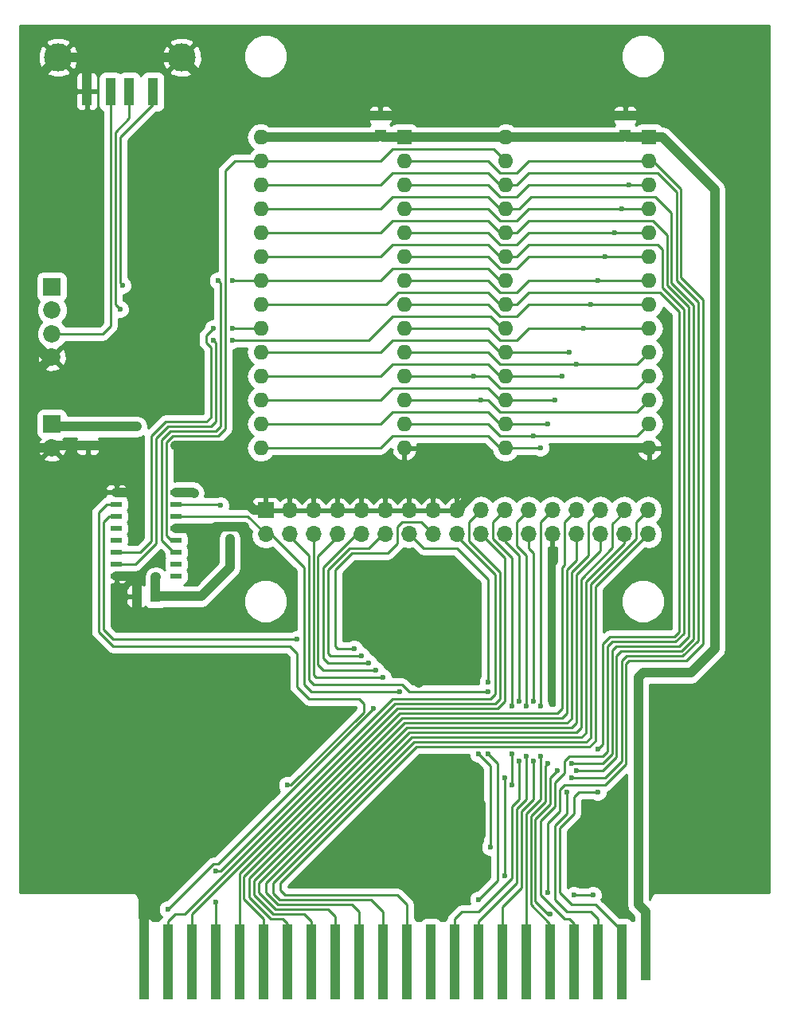
<source format=gbr>
G04 #@! TF.FileFunction,Copper,L1,Top,Signal*
%FSLAX46Y46*%
G04 Gerber Fmt 4.6, Leading zero omitted, Abs format (unit mm)*
G04 Created by KiCad (PCBNEW 4.0.7) date 05/19/18 23:16:30*
%MOMM*%
%LPD*%
G01*
G04 APERTURE LIST*
%ADD10C,0.100000*%
%ADD11R,1.250000X1.000000*%
%ADD12C,3.000000*%
%ADD13R,1.120000X2.880000*%
%ADD14R,1.850000X1.850000*%
%ADD15C,1.850000*%
%ADD16R,1.700000X1.700000*%
%ADD17O,1.700000X1.700000*%
%ADD18R,1.143000X0.508000*%
%ADD19R,1.600000X1.600000*%
%ADD20O,1.600000X1.600000*%
%ADD21R,1.000000X6.000000*%
%ADD22R,1.000000X8.000000*%
%ADD23R,1.000000X1.250000*%
%ADD24C,0.800000*%
%ADD25C,0.600000*%
%ADD26C,1.000000*%
%ADD27C,0.250000*%
%ADD28C,0.254000*%
G04 APERTURE END LIST*
D10*
D11*
X106045000Y-89170000D03*
X106045000Y-91170000D03*
D12*
X102904000Y-49930000D03*
D13*
X105974000Y-53570000D03*
X108474000Y-53570000D03*
X110474000Y-53570000D03*
X112974000Y-53570000D03*
D12*
X116044000Y-49930000D03*
D14*
X102235000Y-88900000D03*
D15*
X102235000Y-91400000D03*
D16*
X124968000Y-98044000D03*
D17*
X124968000Y-100584000D03*
X127508000Y-98044000D03*
X127508000Y-100584000D03*
X130048000Y-98044000D03*
X130048000Y-100584000D03*
X132588000Y-98044000D03*
X132588000Y-100584000D03*
X135128000Y-98044000D03*
X135128000Y-100584000D03*
X137668000Y-98044000D03*
X137668000Y-100584000D03*
X140208000Y-98044000D03*
X140208000Y-100584000D03*
X142748000Y-98044000D03*
X142748000Y-100584000D03*
X145288000Y-98044000D03*
X145288000Y-100584000D03*
X147828000Y-98044000D03*
X147828000Y-100584000D03*
X150368000Y-98044000D03*
X150368000Y-100584000D03*
X152908000Y-98044000D03*
X152908000Y-100584000D03*
X155448000Y-98044000D03*
X155448000Y-100584000D03*
X157988000Y-98044000D03*
X157988000Y-100584000D03*
X160528000Y-98044000D03*
X160528000Y-100584000D03*
X163068000Y-98044000D03*
X163068000Y-100584000D03*
X165608000Y-98044000D03*
X165608000Y-100584000D03*
D14*
X102235000Y-74295000D03*
D15*
X102235000Y-76795000D03*
X102235000Y-79295000D03*
X102235000Y-81795000D03*
D11*
X137160000Y-58150000D03*
X137160000Y-56150000D03*
X163195000Y-58150000D03*
X163195000Y-56150000D03*
D18*
X115443000Y-96139000D03*
X115443000Y-98679000D03*
X115443000Y-99949000D03*
X115443000Y-101219000D03*
X115443000Y-102489000D03*
X115443000Y-103759000D03*
X115443000Y-105029000D03*
X109093000Y-105029000D03*
X109093000Y-103759000D03*
X109093000Y-102489000D03*
X109093000Y-101219000D03*
X109093000Y-99949000D03*
X109093000Y-98679000D03*
X109093000Y-97409000D03*
X109093000Y-96139000D03*
X115443000Y-97409000D03*
D19*
X139700000Y-58420000D03*
D20*
X124460000Y-91440000D03*
X139700000Y-60960000D03*
X124460000Y-88900000D03*
X139700000Y-63500000D03*
X124460000Y-86360000D03*
X139700000Y-66040000D03*
X124460000Y-83820000D03*
X139700000Y-68580000D03*
X124460000Y-81280000D03*
X139700000Y-71120000D03*
X124460000Y-78740000D03*
X139700000Y-73660000D03*
X124460000Y-76200000D03*
X139700000Y-76200000D03*
X124460000Y-73660000D03*
X139700000Y-78740000D03*
X124460000Y-71120000D03*
X139700000Y-81280000D03*
X124460000Y-68580000D03*
X139700000Y-83820000D03*
X124460000Y-66040000D03*
X139700000Y-86360000D03*
X124460000Y-63500000D03*
X139700000Y-88900000D03*
X124460000Y-60960000D03*
X139700000Y-91440000D03*
X124460000Y-58420000D03*
D19*
X165735000Y-58420000D03*
D20*
X150495000Y-91440000D03*
X165735000Y-60960000D03*
X150495000Y-88900000D03*
X165735000Y-63500000D03*
X150495000Y-86360000D03*
X165735000Y-66040000D03*
X150495000Y-83820000D03*
X165735000Y-68580000D03*
X150495000Y-81280000D03*
X165735000Y-71120000D03*
X150495000Y-78740000D03*
X165735000Y-73660000D03*
X150495000Y-76200000D03*
X165735000Y-76200000D03*
X150495000Y-73660000D03*
X165735000Y-78740000D03*
X150495000Y-71120000D03*
X165735000Y-81280000D03*
X150495000Y-68580000D03*
X165735000Y-83820000D03*
X150495000Y-66040000D03*
X165735000Y-86360000D03*
X150495000Y-63500000D03*
X165735000Y-88900000D03*
X150495000Y-60960000D03*
X165735000Y-91440000D03*
X150495000Y-58420000D03*
D21*
X165354000Y-145034000D03*
D22*
X162814000Y-146050000D03*
X160274000Y-146050000D03*
X157734000Y-146050000D03*
X155194000Y-146050000D03*
X152654000Y-146050000D03*
X150114000Y-146050000D03*
X147574000Y-146050000D03*
X145034000Y-146050000D03*
X142494000Y-146050000D03*
X139954000Y-146050000D03*
X137414000Y-146050000D03*
X134874000Y-146050000D03*
X132334000Y-146050000D03*
X129794000Y-146050000D03*
X127254000Y-146050000D03*
X124714000Y-146050000D03*
X122174000Y-146050000D03*
X119634000Y-146050000D03*
X117094000Y-146050000D03*
X114554000Y-146050000D03*
X112014000Y-146050000D03*
D23*
X113268000Y-107188000D03*
X111268000Y-107188000D03*
D24*
X111252000Y-89154000D03*
X165354000Y-140716000D03*
X113284000Y-105156000D03*
X117348000Y-96266000D03*
X121158000Y-101092000D03*
X159004000Y-131572000D03*
X165862000Y-56134000D03*
X141224000Y-103378000D03*
X141224000Y-116395002D03*
X136652000Y-132588000D03*
X141224000Y-132842000D03*
X147574000Y-132842000D03*
X147828000Y-129286000D03*
X111252000Y-110490000D03*
X135128000Y-56134000D03*
X122682000Y-99822000D03*
X112014000Y-140462000D03*
X111252000Y-96012000D03*
X115316000Y-91186000D03*
X111252000Y-91186000D03*
X111252000Y-105156000D03*
D25*
X109474000Y-76708000D03*
X109728000Y-74168000D03*
X139192000Y-117348000D03*
X147066000Y-83820000D03*
X119634000Y-136398000D03*
X119634000Y-139700000D03*
X147828000Y-86360000D03*
X153416000Y-90170000D03*
X156972000Y-128016000D03*
X154178000Y-91440000D03*
X151130000Y-127254000D03*
X151130000Y-123952000D03*
X151130000Y-118872000D03*
X154940000Y-88900000D03*
X151892000Y-118364000D03*
X151892000Y-124714000D03*
X155702000Y-86360000D03*
X152654000Y-124206000D03*
X152654000Y-118872000D03*
X156464000Y-83820000D03*
X153416000Y-124714000D03*
X153416000Y-118364000D03*
X157226000Y-81280000D03*
X154178000Y-124206000D03*
X154178000Y-118872000D03*
X157988000Y-82550000D03*
X158750000Y-78740000D03*
X159512000Y-76200000D03*
X160274000Y-73660000D03*
X161036000Y-71120000D03*
X162052000Y-68580000D03*
X162814000Y-66040000D03*
X163576000Y-63500000D03*
X119888000Y-73660000D03*
X121412000Y-73660000D03*
X119380000Y-80010000D03*
X121412000Y-80010000D03*
X119380000Y-78740000D03*
X121412000Y-78740000D03*
X154940000Y-138684000D03*
X160274000Y-128016000D03*
X160274000Y-123444000D03*
X157480000Y-124968000D03*
X154940000Y-124968000D03*
X157988000Y-125730000D03*
X155956000Y-125730000D03*
X155194000Y-140970000D03*
X157480000Y-126492000D03*
X150368000Y-126492000D03*
X150368000Y-136906000D03*
X148590000Y-123952000D03*
X147574000Y-139446000D03*
X148590000Y-117348000D03*
X137414000Y-115824000D03*
X136652000Y-115062000D03*
X135890000Y-114300000D03*
X135128000Y-113538000D03*
X147574000Y-123952000D03*
X148590000Y-116332000D03*
X148844000Y-133858000D03*
X134366000Y-112776000D03*
X136398000Y-119126000D03*
X114554000Y-140462000D03*
X120142000Y-97536000D03*
X159766000Y-138938000D03*
X128270000Y-111760000D03*
X157734000Y-138938000D03*
X127254000Y-127254000D03*
D26*
X164592000Y-118618000D02*
X164592000Y-115824000D01*
X165100000Y-115316000D02*
X166370000Y-115316000D01*
X164592000Y-115824000D02*
X165100000Y-115316000D01*
X165354000Y-140716000D02*
X164592000Y-139954000D01*
X164592000Y-139954000D02*
X164592000Y-118618000D01*
X170180000Y-115316000D02*
X172720000Y-112776000D01*
X172720000Y-64008000D02*
X172720000Y-112776000D01*
X167132000Y-58420000D02*
X172720000Y-64008000D01*
X165735000Y-58420000D02*
X167132000Y-58420000D01*
X166370000Y-115316000D02*
X170180000Y-115316000D01*
X106045000Y-89170000D02*
X102505000Y-89170000D01*
X102505000Y-89170000D02*
X102235000Y-88900000D01*
X106045000Y-89170000D02*
X111236000Y-89170000D01*
X111236000Y-89170000D02*
X111252000Y-89154000D01*
X115443000Y-96139000D02*
X117221000Y-96139000D01*
X113268000Y-105172000D02*
X113268000Y-107188000D01*
X113284000Y-105156000D02*
X113268000Y-105172000D01*
X117221000Y-96139000D02*
X117348000Y-96266000D01*
X113268000Y-107188000D02*
X118110000Y-107188000D01*
X121158000Y-104140000D02*
X121158000Y-101092000D01*
X118110000Y-107188000D02*
X121158000Y-104140000D01*
X165735000Y-58420000D02*
X166370000Y-58420000D01*
X165354000Y-140716000D02*
X165354000Y-145034000D01*
X139700000Y-58420000D02*
X150495000Y-58420000D01*
X165735000Y-58420000D02*
X163465000Y-58420000D01*
X163465000Y-58420000D02*
X163195000Y-58150000D01*
X150495000Y-58420000D02*
X162925000Y-58420000D01*
X162925000Y-58420000D02*
X163195000Y-58150000D01*
X139700000Y-58420000D02*
X137430000Y-58420000D01*
X137430000Y-58420000D02*
X137160000Y-58150000D01*
X124460000Y-58420000D02*
X136890000Y-58420000D01*
X136890000Y-58420000D02*
X137160000Y-58150000D01*
D27*
X137525000Y-58690000D02*
X137525000Y-58420000D01*
D26*
X163195000Y-56150000D02*
X137160000Y-56150000D01*
X165862000Y-56134000D02*
X163211000Y-56134000D01*
X163211000Y-56134000D02*
X163195000Y-56150000D01*
X163195000Y-56150000D02*
X165846000Y-56150000D01*
X165846000Y-56150000D02*
X165862000Y-56134000D01*
X141224000Y-116395002D02*
X141224000Y-103378000D01*
X136652000Y-132588000D02*
X136906000Y-132842000D01*
X136906000Y-132842000D02*
X141224000Y-132842000D01*
X147574000Y-132842000D02*
X147828000Y-132588000D01*
X147828000Y-132588000D02*
X147828000Y-129286000D01*
X112014000Y-140462000D02*
X112014000Y-138430000D01*
X99568000Y-92376000D02*
X100544000Y-91400000D01*
X99568000Y-135128000D02*
X99568000Y-92376000D01*
X101346000Y-136906000D02*
X99568000Y-135128000D01*
X110490000Y-136906000D02*
X101346000Y-136906000D01*
X112014000Y-138430000D02*
X110490000Y-136906000D01*
X111268000Y-107188000D02*
X111268000Y-110474000D01*
X111268000Y-110474000D02*
X111252000Y-110490000D01*
X111252000Y-105156000D02*
X111252000Y-107172000D01*
X111252000Y-107172000D02*
X111268000Y-107188000D01*
X135128000Y-56134000D02*
X135128000Y-56150000D01*
X135128000Y-56150000D02*
X135128000Y-56134000D01*
X135128000Y-56134000D02*
X135128000Y-56150000D01*
X116044000Y-49930000D02*
X116044000Y-50004000D01*
X116044000Y-50004000D02*
X122190000Y-56150000D01*
X122190000Y-56150000D02*
X135128000Y-56150000D01*
X135128000Y-56150000D02*
X163195000Y-56150000D01*
X105974000Y-53570000D02*
X105974000Y-49930000D01*
X105918000Y-50292000D02*
X105918000Y-49930000D01*
X105918000Y-49986000D02*
X105918000Y-50292000D01*
X105974000Y-49930000D02*
X105918000Y-49986000D01*
X102235000Y-81795000D02*
X101607000Y-81795000D01*
X101607000Y-81795000D02*
X100076000Y-80264000D01*
X100076000Y-52758000D02*
X102904000Y-49930000D01*
X100076000Y-80264000D02*
X100076000Y-52758000D01*
X102904000Y-49930000D02*
X105918000Y-49930000D01*
X105918000Y-49930000D02*
X116044000Y-49930000D01*
X115443000Y-99949000D02*
X119507000Y-99949000D01*
X119634000Y-99822000D02*
X122682000Y-99822000D01*
X119507000Y-99949000D02*
X119634000Y-99822000D01*
X102235000Y-91400000D02*
X100544000Y-91400000D01*
X99822000Y-84208000D02*
X102235000Y-81795000D01*
X100544000Y-91400000D02*
X99822000Y-90678000D01*
X99822000Y-90678000D02*
X99822000Y-84208000D01*
X106045000Y-91170000D02*
X102465000Y-91170000D01*
X102465000Y-91170000D02*
X102235000Y-91400000D01*
X112014000Y-146050000D02*
X112014000Y-140462000D01*
X109093000Y-96139000D02*
X111125000Y-96139000D01*
X111125000Y-96139000D02*
X111252000Y-96012000D01*
X109093000Y-105029000D02*
X111125000Y-105029000D01*
X111125000Y-105029000D02*
X111252000Y-105156000D01*
X124968000Y-98044000D02*
X123698000Y-98044000D01*
X122682000Y-97028000D02*
X123698000Y-98044000D01*
X122682000Y-92202000D02*
X122682000Y-97028000D01*
X121666000Y-91186000D02*
X122682000Y-92202000D01*
X121666000Y-91186000D02*
X115316000Y-91186000D01*
X111252000Y-91186000D02*
X111236000Y-91170000D01*
X111236000Y-91170000D02*
X106045000Y-91170000D01*
X165735000Y-91440000D02*
X157226000Y-91440000D01*
X147828000Y-95504000D02*
X145288000Y-98044000D01*
X153162000Y-95504000D02*
X147828000Y-95504000D01*
X157226000Y-91440000D02*
X153162000Y-95504000D01*
D27*
X108474000Y-53570000D02*
X108474000Y-78470000D01*
X107649000Y-79295000D02*
X102235000Y-79295000D01*
X108474000Y-78470000D02*
X107649000Y-79295000D01*
X110474000Y-53570000D02*
X110474000Y-56404000D01*
X108966000Y-76200000D02*
X109474000Y-76708000D01*
X108966000Y-57912000D02*
X108966000Y-76200000D01*
X110474000Y-56404000D02*
X108966000Y-57912000D01*
X112974000Y-53570000D02*
X112974000Y-54920000D01*
X112974000Y-54920000D02*
X109474000Y-58420000D01*
X109474000Y-58420000D02*
X109474000Y-73914000D01*
X109474000Y-73914000D02*
X109728000Y-74168000D01*
X129032000Y-107188000D02*
X129032000Y-116586000D01*
X129794000Y-117348000D02*
X139192000Y-117348000D01*
X129032000Y-116586000D02*
X129794000Y-117348000D01*
X115443000Y-98679000D02*
X123063000Y-98679000D01*
X123063000Y-98679000D02*
X124968000Y-100584000D01*
X124968000Y-100584000D02*
X125476000Y-100584000D01*
X125476000Y-100584000D02*
X129032000Y-104140000D01*
X129032000Y-104140000D02*
X129032000Y-107188000D01*
X145288000Y-100584000D02*
X145288000Y-100838000D01*
X145288000Y-100838000D02*
X149352000Y-104902000D01*
X149352000Y-104902000D02*
X149352000Y-117602000D01*
X149352000Y-117602000D02*
X148844000Y-118110000D01*
X148844000Y-118110000D02*
X138430000Y-118110000D01*
X138430000Y-118110000D02*
X120142000Y-136398000D01*
X120142000Y-136398000D02*
X119634000Y-136398000D01*
X119634000Y-139700000D02*
X119634000Y-146050000D01*
X139700000Y-83820000D02*
X147066000Y-83820000D01*
X147066000Y-83820000D02*
X148590000Y-83820000D01*
X164465000Y-85090000D02*
X165735000Y-83820000D01*
X149860000Y-85090000D02*
X164465000Y-85090000D01*
X148590000Y-83820000D02*
X149860000Y-85090000D01*
X147828000Y-98044000D02*
X146558000Y-99314000D01*
X114554000Y-141732000D02*
X114554000Y-146050000D01*
X115316000Y-140970000D02*
X114554000Y-141732000D01*
X116332000Y-140970000D02*
X115316000Y-140970000D01*
X138684000Y-118618000D02*
X116332000Y-140970000D01*
X149352000Y-118618000D02*
X138684000Y-118618000D01*
X149860000Y-118110000D02*
X149352000Y-118618000D01*
X149860000Y-104648000D02*
X149860000Y-118110000D01*
X146558000Y-101346000D02*
X149860000Y-104648000D01*
X146558000Y-99314000D02*
X146558000Y-101346000D01*
X139700000Y-86360000D02*
X147828000Y-86360000D01*
X147828000Y-86360000D02*
X148590000Y-86360000D01*
X148590000Y-86360000D02*
X149860000Y-87630000D01*
X149860000Y-87630000D02*
X164465000Y-87630000D01*
X164465000Y-87630000D02*
X165735000Y-86360000D01*
X147828000Y-100584000D02*
X150368000Y-103124000D01*
X117094000Y-140970000D02*
X117094000Y-146050000D01*
X138938000Y-119126000D02*
X117094000Y-140970000D01*
X149606000Y-119126000D02*
X138938000Y-119126000D01*
X150368000Y-118364000D02*
X149606000Y-119126000D01*
X150368000Y-103124000D02*
X150368000Y-118364000D01*
X139700000Y-88900000D02*
X148590000Y-88900000D01*
X149860000Y-90170000D02*
X153416000Y-90170000D01*
X148590000Y-88900000D02*
X149860000Y-90170000D01*
X164465000Y-90170000D02*
X165735000Y-88900000D01*
X153416000Y-90170000D02*
X164465000Y-90170000D01*
X160274000Y-146050000D02*
X160274000Y-141478000D01*
X156972000Y-130302000D02*
X156972000Y-128016000D01*
X155702000Y-131572000D02*
X156972000Y-130302000D01*
X155702000Y-139446000D02*
X155702000Y-131572000D01*
X156972000Y-140716000D02*
X155702000Y-139446000D01*
X159512000Y-140716000D02*
X156972000Y-140716000D01*
X160274000Y-141478000D02*
X159512000Y-140716000D01*
X154178000Y-91440000D02*
X150495000Y-91440000D01*
X150368000Y-98044000D02*
X149098000Y-99314000D01*
X151130000Y-123952000D02*
X151130000Y-127254000D01*
X151130000Y-103124000D02*
X151130000Y-118872000D01*
X149098000Y-101092000D02*
X151130000Y-103124000D01*
X149098000Y-99314000D02*
X149098000Y-101092000D01*
X124460000Y-91440000D02*
X137160000Y-91440000D01*
X148590000Y-90170000D02*
X149860000Y-91440000D01*
X138430000Y-90170000D02*
X148590000Y-90170000D01*
X137160000Y-91440000D02*
X138430000Y-90170000D01*
X149860000Y-91440000D02*
X150495000Y-91440000D01*
X151892000Y-128778000D02*
X151130000Y-129540000D01*
X151130000Y-129540000D02*
X151130000Y-137160000D01*
X154940000Y-88900000D02*
X150495000Y-88900000D01*
X150368000Y-100584000D02*
X150368000Y-101346000D01*
X150368000Y-101346000D02*
X151892000Y-102870000D01*
X151892000Y-102870000D02*
X151892000Y-118364000D01*
X151892000Y-124714000D02*
X151892000Y-128778000D01*
X151130000Y-137160000D02*
X147574000Y-140716000D01*
X147574000Y-140716000D02*
X145796000Y-140716000D01*
X145796000Y-140716000D02*
X145034000Y-141478000D01*
X145034000Y-141478000D02*
X145034000Y-146050000D01*
X124460000Y-88900000D02*
X137160000Y-88900000D01*
X148590000Y-87630000D02*
X149860000Y-88900000D01*
X138430000Y-87630000D02*
X148590000Y-87630000D01*
X137160000Y-88900000D02*
X138430000Y-87630000D01*
X149860000Y-88900000D02*
X150495000Y-88900000D01*
X152654000Y-128778000D02*
X151638000Y-129794000D01*
X151638000Y-129794000D02*
X151638000Y-137668000D01*
X155702000Y-86360000D02*
X150495000Y-86360000D01*
X152908000Y-98044000D02*
X151638000Y-99314000D01*
X147574000Y-141732000D02*
X147574000Y-146050000D01*
X149860000Y-139446000D02*
X147574000Y-141732000D01*
X151638000Y-137668000D02*
X149860000Y-139446000D01*
X152654000Y-124206000D02*
X152654000Y-128778000D01*
X152654000Y-102870000D02*
X152654000Y-118872000D01*
X151638000Y-101854000D02*
X152654000Y-102870000D01*
X151638000Y-99314000D02*
X151638000Y-101854000D01*
X124460000Y-86360000D02*
X137160000Y-86360000D01*
X148590000Y-85090000D02*
X149860000Y-86360000D01*
X138430000Y-85090000D02*
X148590000Y-85090000D01*
X137160000Y-86360000D02*
X138430000Y-85090000D01*
X149860000Y-86360000D02*
X150495000Y-86360000D01*
X153416000Y-128778000D02*
X152146000Y-130048000D01*
X152146000Y-130048000D02*
X152146000Y-138176000D01*
X156464000Y-83820000D02*
X150495000Y-83820000D01*
X152908000Y-100584000D02*
X152908000Y-102108000D01*
X150114000Y-140208000D02*
X150114000Y-146050000D01*
X152146000Y-138176000D02*
X150114000Y-140208000D01*
X153416000Y-124714000D02*
X153416000Y-128778000D01*
X153416000Y-102616000D02*
X153416000Y-118364000D01*
X152908000Y-102108000D02*
X153416000Y-102616000D01*
X124460000Y-83820000D02*
X137160000Y-83820000D01*
X148590000Y-82550000D02*
X149860000Y-83820000D01*
X138430000Y-82550000D02*
X148590000Y-82550000D01*
X137160000Y-83820000D02*
X138430000Y-82550000D01*
X149860000Y-83820000D02*
X150495000Y-83820000D01*
X154178000Y-128778000D02*
X152654000Y-130302000D01*
X152654000Y-130302000D02*
X152654000Y-138684000D01*
X157226000Y-81280000D02*
X150495000Y-81280000D01*
X155448000Y-98044000D02*
X154178000Y-99314000D01*
X152654000Y-138684000D02*
X152654000Y-146050000D01*
X154178000Y-124206000D02*
X154178000Y-128778000D01*
X154178000Y-99314000D02*
X154178000Y-118872000D01*
X124460000Y-81280000D02*
X137160000Y-81280000D01*
X148590000Y-80010000D02*
X149860000Y-81280000D01*
X138430000Y-80010000D02*
X148590000Y-80010000D01*
X137160000Y-81280000D02*
X138430000Y-80010000D01*
X149860000Y-81280000D02*
X150495000Y-81280000D01*
X157988000Y-98044000D02*
X156718000Y-99314000D01*
X122174000Y-136652000D02*
X122174000Y-146050000D01*
X139192000Y-119634000D02*
X122174000Y-136652000D01*
X155956000Y-119634000D02*
X139192000Y-119634000D01*
X156464000Y-119126000D02*
X155956000Y-119634000D01*
X156464000Y-104140000D02*
X156464000Y-119126000D01*
X156718000Y-103886000D02*
X156464000Y-104140000D01*
X156718000Y-99314000D02*
X156718000Y-103886000D01*
X139700000Y-81280000D02*
X148590000Y-81280000D01*
X149860000Y-82550000D02*
X157988000Y-82550000D01*
X148590000Y-81280000D02*
X149860000Y-82550000D01*
X164465000Y-82550000D02*
X165735000Y-81280000D01*
X157988000Y-82550000D02*
X164465000Y-82550000D01*
X124714000Y-141478000D02*
X122624002Y-139388002D01*
X122624002Y-136963998D02*
X124714000Y-134874000D01*
X122624002Y-139388002D02*
X122624002Y-136963998D01*
X165735000Y-78740000D02*
X158750000Y-78740000D01*
X158750000Y-78740000D02*
X152908000Y-78740000D01*
X152908000Y-78740000D02*
X151638000Y-80010000D01*
X157988000Y-100584000D02*
X157988000Y-103378000D01*
X124714000Y-141478000D02*
X124714000Y-146050000D01*
X139446000Y-120142000D02*
X124714000Y-134874000D01*
X156464000Y-120142000D02*
X139446000Y-120142000D01*
X156972000Y-119634000D02*
X156464000Y-120142000D01*
X156972000Y-104394000D02*
X156972000Y-119634000D01*
X157988000Y-103378000D02*
X156972000Y-104394000D01*
X139700000Y-78740000D02*
X148590000Y-78740000D01*
X149860000Y-80010000D02*
X151638000Y-80010000D01*
X148590000Y-78740000D02*
X149860000Y-80010000D01*
X126746000Y-141478000D02*
X127254000Y-141986000D01*
X126746000Y-141478000D02*
X125476000Y-141478000D01*
X123190000Y-137160000D02*
X127254000Y-133096000D01*
X123190000Y-139192000D02*
X123190000Y-137160000D01*
X125476000Y-141478000D02*
X123190000Y-139192000D01*
X165735000Y-76200000D02*
X159512000Y-76200000D01*
X159512000Y-76200000D02*
X152908000Y-76200000D01*
X152908000Y-76200000D02*
X151638000Y-77470000D01*
X160528000Y-98044000D02*
X159258000Y-99314000D01*
X127254000Y-141986000D02*
X127254000Y-146050000D01*
X139700000Y-120650000D02*
X127254000Y-133096000D01*
X157029998Y-120650000D02*
X139700000Y-120650000D01*
X157480000Y-120199998D02*
X157029998Y-120650000D01*
X157480000Y-104648000D02*
X157480000Y-120199998D01*
X159258000Y-102870000D02*
X157480000Y-104648000D01*
X159258000Y-99314000D02*
X159258000Y-102870000D01*
X139700000Y-76200000D02*
X148590000Y-76200000D01*
X148590000Y-76200000D02*
X149860000Y-77470000D01*
X149860000Y-77470000D02*
X151638000Y-77470000D01*
X129794000Y-131318000D02*
X123698000Y-137414000D01*
X129032000Y-140970000D02*
X129794000Y-141732000D01*
X125730000Y-140970000D02*
X129032000Y-140970000D01*
X123698000Y-138938000D02*
X125730000Y-140970000D01*
X123698000Y-137414000D02*
X123698000Y-138938000D01*
X165735000Y-73660000D02*
X160274000Y-73660000D01*
X160274000Y-73660000D02*
X152908000Y-73660000D01*
X152908000Y-73660000D02*
X151638000Y-74930000D01*
X160528000Y-100584000D02*
X160528000Y-102362000D01*
X129794000Y-141732000D02*
X129794000Y-146050000D01*
X139954000Y-121158000D02*
X129794000Y-131318000D01*
X157480000Y-121158000D02*
X139954000Y-121158000D01*
X157988000Y-120650000D02*
X157480000Y-121158000D01*
X157988000Y-104902000D02*
X157988000Y-120650000D01*
X160528000Y-102362000D02*
X157988000Y-104902000D01*
X139700000Y-73660000D02*
X148590000Y-73660000D01*
X149860000Y-74930000D02*
X151638000Y-74930000D01*
X148590000Y-73660000D02*
X149860000Y-74930000D01*
X132334000Y-129540000D02*
X124206000Y-137668000D01*
X131572000Y-140462000D02*
X132334000Y-141224000D01*
X125984000Y-140462000D02*
X131572000Y-140462000D01*
X124206000Y-138684000D02*
X125984000Y-140462000D01*
X124206000Y-137668000D02*
X124206000Y-138684000D01*
X165735000Y-71120000D02*
X161036000Y-71120000D01*
X161036000Y-71120000D02*
X152908000Y-71120000D01*
X152908000Y-71120000D02*
X151638000Y-72390000D01*
X163068000Y-98044000D02*
X163068000Y-98298000D01*
X163068000Y-98298000D02*
X161860801Y-99505199D01*
X161860801Y-99505199D02*
X161860801Y-102045199D01*
X161860801Y-102045199D02*
X158496000Y-105410000D01*
X158496000Y-105410000D02*
X158496000Y-121158000D01*
X158496000Y-121158000D02*
X157988000Y-121666000D01*
X157988000Y-121666000D02*
X140208000Y-121666000D01*
X140208000Y-121666000D02*
X132334000Y-129540000D01*
X132334000Y-141224000D02*
X132334000Y-146050000D01*
X139700000Y-71120000D02*
X148590000Y-71120000D01*
X148590000Y-71120000D02*
X149860000Y-72390000D01*
X149860000Y-72390000D02*
X151638000Y-72390000D01*
X124968000Y-138684000D02*
X124968000Y-137668000D01*
X134874000Y-127762000D02*
X124968000Y-137668000D01*
X163068000Y-101600000D02*
X159004000Y-105664000D01*
X159004000Y-105664000D02*
X159004000Y-121723998D01*
X159004000Y-121723998D02*
X158553998Y-122174000D01*
X158553998Y-122174000D02*
X140462000Y-122174000D01*
X163068000Y-100584000D02*
X163068000Y-101600000D01*
X140462000Y-122174000D02*
X134874000Y-127762000D01*
X134112000Y-139954000D02*
X134874000Y-140716000D01*
X126238000Y-139954000D02*
X134112000Y-139954000D01*
X124968000Y-138684000D02*
X126238000Y-139954000D01*
X165735000Y-68580000D02*
X162052000Y-68580000D01*
X162052000Y-68580000D02*
X152908000Y-68580000D01*
X152908000Y-68580000D02*
X151638000Y-69850000D01*
X134874000Y-140716000D02*
X134874000Y-146050000D01*
X139700000Y-68580000D02*
X148590000Y-68580000D01*
X148590000Y-68580000D02*
X149860000Y-69850000D01*
X149860000Y-69850000D02*
X151638000Y-69850000D01*
X125730000Y-138741998D02*
X125730000Y-137668000D01*
X137414000Y-125984000D02*
X125730000Y-137668000D01*
X164338000Y-99314000D02*
X164338000Y-101092000D01*
X164338000Y-101092000D02*
X159512000Y-105918000D01*
X159512000Y-105918000D02*
X159512000Y-122231998D01*
X159512000Y-122231998D02*
X159061998Y-122682000D01*
X159061998Y-122682000D02*
X140716000Y-122682000D01*
X140716000Y-122682000D02*
X137414000Y-125984000D01*
X165608000Y-98044000D02*
X164338000Y-99314000D01*
X136144000Y-139446000D02*
X137414000Y-140716000D01*
X126434002Y-139446000D02*
X136144000Y-139446000D01*
X125730000Y-138741998D02*
X126434002Y-139446000D01*
X165735000Y-66040000D02*
X162814000Y-66040000D01*
X162814000Y-66040000D02*
X152908000Y-66040000D01*
X152908000Y-66040000D02*
X151638000Y-67310000D01*
X137414000Y-140716000D02*
X137414000Y-146050000D01*
X139700000Y-66040000D02*
X148590000Y-66040000D01*
X149860000Y-67310000D02*
X151638000Y-67310000D01*
X148590000Y-66040000D02*
X149860000Y-67310000D01*
X139954000Y-124206000D02*
X126492000Y-137668000D01*
X138938000Y-138938000D02*
X139954000Y-139954000D01*
X127000000Y-138938000D02*
X138938000Y-138938000D01*
X126492000Y-138430000D02*
X127000000Y-138938000D01*
X126492000Y-137668000D02*
X126492000Y-138430000D01*
X165735000Y-63500000D02*
X163576000Y-63500000D01*
X163576000Y-63500000D02*
X152908000Y-63500000D01*
X152908000Y-63500000D02*
X151638000Y-64770000D01*
X165608000Y-100584000D02*
X160020000Y-106172000D01*
X139954000Y-139954000D02*
X139954000Y-146050000D01*
X140970000Y-123190000D02*
X139954000Y-124206000D01*
X159385000Y-123190000D02*
X140970000Y-123190000D01*
X160020000Y-122555000D02*
X159385000Y-123190000D01*
X160020000Y-106172000D02*
X160020000Y-122555000D01*
X139700000Y-63500000D02*
X148590000Y-63500000D01*
X148590000Y-63500000D02*
X149860000Y-64770000D01*
X149860000Y-64770000D02*
X151638000Y-64770000D01*
X114427000Y-90932000D02*
X114427000Y-90805000D01*
X120650000Y-61976000D02*
X121666000Y-60960000D01*
X120650000Y-89408000D02*
X120650000Y-61976000D01*
X119888000Y-90170000D02*
X120650000Y-89408000D01*
X115062000Y-90170000D02*
X119888000Y-90170000D01*
X114427000Y-90805000D02*
X115062000Y-90170000D01*
X114427000Y-100711000D02*
X114427000Y-90932000D01*
X115443000Y-101219000D02*
X114935000Y-101219000D01*
X114935000Y-101219000D02*
X114427000Y-100711000D01*
X121666000Y-60960000D02*
X124460000Y-60960000D01*
X124460000Y-60960000D02*
X137160000Y-60960000D01*
X149225000Y-59690000D02*
X150495000Y-60960000D01*
X138430000Y-59690000D02*
X149225000Y-59690000D01*
X137160000Y-60960000D02*
X138430000Y-59690000D01*
X113919000Y-90678000D02*
X113919000Y-90551000D01*
X120142000Y-73914000D02*
X119888000Y-73660000D01*
X120142000Y-89154000D02*
X120142000Y-73914000D01*
X119634000Y-89662000D02*
X120142000Y-89154000D01*
X114808000Y-89662000D02*
X119634000Y-89662000D01*
X113919000Y-90551000D02*
X114808000Y-89662000D01*
X121412000Y-73660000D02*
X124460000Y-73660000D01*
X113919000Y-101219000D02*
X113919000Y-90678000D01*
X115443000Y-102489000D02*
X115189000Y-102489000D01*
X115189000Y-102489000D02*
X113919000Y-101219000D01*
X124460000Y-73660000D02*
X137160000Y-73660000D01*
X148590000Y-72390000D02*
X149860000Y-73660000D01*
X138430000Y-72390000D02*
X148590000Y-72390000D01*
X137160000Y-73660000D02*
X138430000Y-72390000D01*
X149860000Y-73660000D02*
X150495000Y-73660000D01*
X113284000Y-90678000D02*
X113284000Y-90424000D01*
X119634000Y-80264000D02*
X119380000Y-80010000D01*
X119634000Y-88646000D02*
X119634000Y-80264000D01*
X119126000Y-89154000D02*
X119634000Y-88646000D01*
X114554000Y-89154000D02*
X119126000Y-89154000D01*
X113284000Y-90424000D02*
X114554000Y-89154000D01*
X135890000Y-80010000D02*
X121412000Y-80010000D01*
X138430000Y-77470000D02*
X148844000Y-77470000D01*
X135890000Y-80010000D02*
X138430000Y-77470000D01*
X148844000Y-77470000D02*
X150114000Y-78740000D01*
X111125000Y-103759000D02*
X113284000Y-101600000D01*
X113284000Y-101600000D02*
X113284000Y-90678000D01*
X109093000Y-103759000D02*
X111125000Y-103759000D01*
X150114000Y-78740000D02*
X150495000Y-78740000D01*
X112776000Y-90424000D02*
X112776000Y-90170000D01*
X112776000Y-90170000D02*
X114300000Y-88646000D01*
X118618000Y-79502000D02*
X119380000Y-78740000D01*
X118618000Y-80264000D02*
X118618000Y-79502000D01*
X119126000Y-80772000D02*
X118618000Y-80264000D01*
X119126000Y-88195998D02*
X119126000Y-80772000D01*
X118675998Y-88646000D02*
X119126000Y-88195998D01*
X114300000Y-88646000D02*
X118675998Y-88646000D01*
X121412000Y-78740000D02*
X124460000Y-78740000D01*
X112776000Y-90424000D02*
X112776000Y-101346000D01*
X109093000Y-102489000D02*
X111633000Y-102489000D01*
X111633000Y-102489000D02*
X112776000Y-101346000D01*
X154940000Y-138684000D02*
X154940000Y-135382000D01*
X161036000Y-127254000D02*
X163264002Y-125025998D01*
X169672000Y-114046000D02*
X171450000Y-112268000D01*
X163576000Y-114046000D02*
X169672000Y-114046000D01*
X163264002Y-114357998D02*
X163576000Y-114046000D01*
X163264002Y-125025998D02*
X163264002Y-114357998D01*
X156210000Y-127762000D02*
X156718000Y-127254000D01*
X156718000Y-127254000D02*
X157988000Y-127254000D01*
X156972000Y-127254000D02*
X157988000Y-127254000D01*
X157988000Y-127254000D02*
X161036000Y-127254000D01*
X169106002Y-63950002D02*
X169106002Y-71824002D01*
X171450000Y-75692000D02*
X169106002Y-73348002D01*
X169106002Y-73348002D02*
X169106002Y-71824002D01*
X171450000Y-112268000D02*
X171450000Y-75692000D01*
X169106002Y-63950002D02*
X166116000Y-60960000D01*
X156210000Y-127762000D02*
X156210000Y-130048000D01*
X156210000Y-130048000D02*
X154940000Y-131318000D01*
X154940000Y-131318000D02*
X154940000Y-135382000D01*
X165735000Y-60960000D02*
X166116000Y-60960000D01*
X165735000Y-60960000D02*
X165862000Y-60960000D01*
X165735000Y-60960000D02*
X152908000Y-60960000D01*
X152908000Y-60960000D02*
X151638000Y-62230000D01*
X139700000Y-60960000D02*
X148590000Y-60960000D01*
X149860000Y-62230000D02*
X151638000Y-62230000D01*
X148590000Y-60960000D02*
X149860000Y-62230000D01*
X160274000Y-123444000D02*
X160782000Y-122936000D01*
X168402000Y-111506000D02*
X168910000Y-110998000D01*
X161544000Y-111506000D02*
X168402000Y-111506000D01*
X160782000Y-112268000D02*
X161544000Y-111506000D01*
X160782000Y-122936000D02*
X160782000Y-112268000D01*
X152908000Y-74930000D02*
X166878000Y-74930000D01*
X150495000Y-76200000D02*
X151638000Y-76200000D01*
X151638000Y-76200000D02*
X152908000Y-74930000D01*
X168910000Y-76962000D02*
X166878000Y-74930000D01*
X168910000Y-110998000D02*
X168910000Y-76962000D01*
X162814000Y-146050000D02*
X162814000Y-142748000D01*
X162814000Y-142748000D02*
X160020000Y-139954000D01*
X160020000Y-139954000D02*
X157480000Y-139954000D01*
X157480000Y-139954000D02*
X156210000Y-138684000D01*
X156210000Y-138684000D02*
X156210000Y-131826000D01*
X156210000Y-131826000D02*
X157734000Y-130302000D01*
X157734000Y-130302000D02*
X157734000Y-128524000D01*
X157734000Y-128524000D02*
X158242000Y-128016000D01*
X158242000Y-128016000D02*
X160274000Y-128016000D01*
X124460000Y-76200000D02*
X137795000Y-76200000D01*
X148590000Y-74930000D02*
X149860000Y-76200000D01*
X139065000Y-74930000D02*
X148590000Y-74930000D01*
X137795000Y-76200000D02*
X139065000Y-74930000D01*
X149860000Y-76200000D02*
X150495000Y-76200000D01*
X160782000Y-124206000D02*
X161290000Y-123698000D01*
X168530398Y-112014000D02*
X169418000Y-111126398D01*
X161798000Y-112014000D02*
X168530398Y-112014000D01*
X161290000Y-112522000D02*
X161798000Y-112014000D01*
X161290000Y-123698000D02*
X161290000Y-112522000D01*
X156718000Y-124714000D02*
X157226000Y-124206000D01*
X160782000Y-124206000D02*
X157226000Y-124206000D01*
X167132000Y-70358000D02*
X167132000Y-73914000D01*
X151638000Y-71120000D02*
X152908000Y-69850000D01*
X150495000Y-71120000D02*
X151638000Y-71120000D01*
X152908000Y-69850000D02*
X166624000Y-69850000D01*
X167132000Y-70358000D02*
X166624000Y-69850000D01*
X169418000Y-76708000D02*
X167132000Y-74422000D01*
X167132000Y-74422000D02*
X167132000Y-73914000D01*
X169418000Y-111126398D02*
X169418000Y-76708000D01*
X154178000Y-138430000D02*
X154178000Y-138938000D01*
X156718000Y-125984000D02*
X155702000Y-127000000D01*
X155702000Y-127000000D02*
X155702000Y-129540000D01*
X155702000Y-129540000D02*
X154178000Y-131064000D01*
X154178000Y-131064000D02*
X154178000Y-138430000D01*
X156718000Y-124714000D02*
X156718000Y-125984000D01*
X157734000Y-146050000D02*
X157734000Y-141986000D01*
X154178000Y-138938000D02*
X156718000Y-141478000D01*
X156718000Y-141478000D02*
X157226000Y-141478000D01*
X157226000Y-141478000D02*
X157734000Y-141986000D01*
X124460000Y-71120000D02*
X137160000Y-71120000D01*
X148590000Y-69850000D02*
X149860000Y-71120000D01*
X138430000Y-69850000D02*
X148590000Y-69850000D01*
X137160000Y-71120000D02*
X138430000Y-69850000D01*
X149860000Y-71120000D02*
X150495000Y-71120000D01*
X160782000Y-124968000D02*
X161798000Y-123952000D01*
X168910000Y-112522000D02*
X169926000Y-111506000D01*
X162248002Y-112522000D02*
X168910000Y-112522000D01*
X161798000Y-112972002D02*
X162248002Y-112522000D01*
X161798000Y-123952000D02*
X161798000Y-112972002D01*
X160782000Y-124968000D02*
X157480000Y-124968000D01*
X154940000Y-124968000D02*
X154686000Y-125222000D01*
X155144439Y-141936437D02*
X155194000Y-146050000D01*
X154686000Y-125222000D02*
X154686000Y-129032000D01*
X154686000Y-129032000D02*
X153162000Y-130556000D01*
X153162000Y-130556000D02*
X153162000Y-139954000D01*
X153162000Y-139954000D02*
X155144439Y-141936439D01*
X155144439Y-141936439D02*
X155144439Y-141936437D01*
X167640000Y-69342000D02*
X167640000Y-68834000D01*
X167640000Y-68834000D02*
X167132000Y-68326000D01*
X166116000Y-67310000D02*
X167132000Y-68326000D01*
X167132000Y-68326000D02*
X167640000Y-68834000D01*
X169926000Y-111506000D02*
X169926000Y-76454000D01*
X167640000Y-74168000D02*
X167640000Y-73463998D01*
X169926000Y-76454000D02*
X167640000Y-74168000D01*
X167640000Y-69342000D02*
X167640000Y-73463998D01*
X151638000Y-68580000D02*
X152908000Y-67310000D01*
X152908000Y-67310000D02*
X166116000Y-67310000D01*
X150495000Y-68580000D02*
X151638000Y-68580000D01*
X124460000Y-68580000D02*
X137160000Y-68580000D01*
X148590000Y-67310000D02*
X149860000Y-68580000D01*
X138430000Y-67310000D02*
X148590000Y-67310000D01*
X137160000Y-68580000D02*
X138430000Y-67310000D01*
X149860000Y-68580000D02*
X150495000Y-68580000D01*
X160782000Y-125730000D02*
X162248002Y-124263998D01*
X169164000Y-113030000D02*
X170434000Y-111760000D01*
X162756002Y-113030000D02*
X169164000Y-113030000D01*
X162248002Y-113538000D02*
X162756002Y-113030000D01*
X162248002Y-124263998D02*
X162248002Y-113538000D01*
X160782000Y-125730000D02*
X157988000Y-125730000D01*
X155956000Y-125730000D02*
X155194000Y-126492000D01*
X155194000Y-126492000D02*
X155194000Y-129286000D01*
X155194000Y-129286000D02*
X153612002Y-130867998D01*
X153612002Y-130867998D02*
X153612002Y-139642002D01*
X153612002Y-139642002D02*
X154940000Y-140970000D01*
X154940000Y-140970000D02*
X155194000Y-140970000D01*
X168090002Y-67056000D02*
X168090002Y-66490002D01*
X168090002Y-66490002D02*
X167640000Y-66040000D01*
X166370000Y-64770000D02*
X167640000Y-66040000D01*
X167640000Y-66040000D02*
X168090002Y-66490002D01*
X170434000Y-111760000D02*
X170434000Y-76257998D01*
X168090002Y-73914000D02*
X168090002Y-72955998D01*
X170434000Y-76257998D02*
X168090002Y-73914000D01*
X168090002Y-67056000D02*
X168090002Y-72955998D01*
X151892000Y-66040000D02*
X153162000Y-64770000D01*
X153162000Y-64770000D02*
X166370000Y-64770000D01*
X150495000Y-66040000D02*
X151892000Y-66040000D01*
X124460000Y-66040000D02*
X137160000Y-66040000D01*
X148590000Y-64770000D02*
X149860000Y-66040000D01*
X138430000Y-64770000D02*
X148590000Y-64770000D01*
X137160000Y-66040000D02*
X138430000Y-64770000D01*
X149860000Y-66040000D02*
X150495000Y-66040000D01*
X161036000Y-126492000D02*
X162814000Y-124714000D01*
X169292398Y-113538000D02*
X170942000Y-111888398D01*
X163322000Y-113538000D02*
X169292398Y-113538000D01*
X162814000Y-114046000D02*
X163322000Y-113538000D01*
X162814000Y-124714000D02*
X162814000Y-114046000D01*
X161036000Y-126492000D02*
X157480000Y-126492000D01*
X150368000Y-136906000D02*
X150368000Y-128778000D01*
X166624000Y-62230000D02*
X168656000Y-64262000D01*
X168656000Y-73660000D02*
X168656000Y-72390000D01*
X150368000Y-126492000D02*
X150368000Y-128778000D01*
X170942000Y-75946000D02*
X168656000Y-73660000D01*
X170942000Y-111888398D02*
X170942000Y-75946000D01*
X151638000Y-63500000D02*
X152908000Y-62230000D01*
X152908000Y-62230000D02*
X166624000Y-62230000D01*
X168656000Y-64262000D02*
X168656000Y-72390000D01*
X150495000Y-63500000D02*
X151638000Y-63500000D01*
X168656000Y-72390000D02*
X168656000Y-72390000D01*
X124460000Y-63500000D02*
X137160000Y-63500000D01*
X148590000Y-62230000D02*
X149860000Y-63500000D01*
X138430000Y-62230000D02*
X148590000Y-62230000D01*
X137160000Y-63500000D02*
X138430000Y-62230000D01*
X149860000Y-63500000D02*
X150495000Y-63500000D01*
X147574000Y-139446000D02*
X149606000Y-137414000D01*
X149606000Y-124968000D02*
X148590000Y-123952000D01*
X149606000Y-137414000D02*
X149606000Y-124968000D01*
X129540000Y-106680000D02*
X129540000Y-116078000D01*
X130048000Y-116586000D02*
X139446000Y-116586000D01*
X129540000Y-116078000D02*
X130048000Y-116586000D01*
X127508000Y-100584000D02*
X127508000Y-100838000D01*
X127508000Y-100838000D02*
X129540000Y-102870000D01*
X127508000Y-100584000D02*
X128016000Y-100584000D01*
X129540000Y-102870000D02*
X129540000Y-106680000D01*
X140208000Y-117348000D02*
X148590000Y-117348000D01*
X139446000Y-116586000D02*
X140208000Y-117348000D01*
X130048000Y-105918000D02*
X130048000Y-115570000D01*
X130048000Y-100584000D02*
X130048000Y-105918000D01*
X130048000Y-115570000D02*
X130302000Y-115824000D01*
X130302000Y-115824000D02*
X137414000Y-115824000D01*
X136652000Y-115062000D02*
X134874000Y-115062000D01*
X130498002Y-102927998D02*
X130498002Y-114496002D01*
X130498002Y-114496002D02*
X131064000Y-115062000D01*
X131064000Y-115062000D02*
X134874000Y-115062000D01*
X132588000Y-100838000D02*
X130498002Y-102927998D01*
X132588000Y-100584000D02*
X132588000Y-100838000D01*
X135890000Y-114300000D02*
X132334000Y-114300000D01*
X135128000Y-100584000D02*
X134620000Y-100584000D01*
X134620000Y-100584000D02*
X131064000Y-104140000D01*
X131064000Y-104140000D02*
X131064000Y-113792000D01*
X131064000Y-113792000D02*
X131572000Y-114300000D01*
X131572000Y-114300000D02*
X132334000Y-114300000D01*
X137668000Y-100584000D02*
X137414000Y-100584000D01*
X137414000Y-100584000D02*
X135890000Y-102108000D01*
X131826000Y-113538000D02*
X135128000Y-113538000D01*
X131572000Y-113284000D02*
X131826000Y-113538000D01*
X131572000Y-104394000D02*
X131572000Y-113284000D01*
X133858000Y-102108000D02*
X131572000Y-104394000D01*
X135890000Y-102108000D02*
X133858000Y-102108000D01*
X148844000Y-125222000D02*
X147574000Y-123952000D01*
X148844000Y-133858000D02*
X148844000Y-125222000D01*
X148590000Y-116332000D02*
X148590000Y-105410000D01*
X141732000Y-102108000D02*
X140208000Y-100584000D01*
X145288000Y-102108000D02*
X141732000Y-102108000D01*
X148590000Y-105410000D02*
X145288000Y-102108000D01*
X140208000Y-100584000D02*
X140208000Y-101092000D01*
X141478000Y-99314000D02*
X142748000Y-100584000D01*
X139446000Y-99314000D02*
X141478000Y-99314000D01*
X138938000Y-99822000D02*
X139446000Y-99314000D01*
X138938000Y-101600000D02*
X138938000Y-99822000D01*
X137922000Y-102616000D02*
X138938000Y-101600000D01*
X134112000Y-102616000D02*
X137922000Y-102616000D01*
X132334000Y-104394000D02*
X134112000Y-102616000D01*
X132334000Y-112522000D02*
X132334000Y-104394000D01*
X132588000Y-112776000D02*
X132334000Y-112522000D01*
X134366000Y-112776000D02*
X132588000Y-112776000D01*
X119888000Y-135636000D02*
X136398000Y-119126000D01*
X119380000Y-135636000D02*
X119888000Y-135636000D01*
X114554000Y-140462000D02*
X119380000Y-135636000D01*
X120015000Y-97409000D02*
X120142000Y-97536000D01*
X115443000Y-97409000D02*
X120015000Y-97409000D01*
X108331000Y-98679000D02*
X107696000Y-99314000D01*
X107696000Y-99314000D02*
X107696000Y-110744000D01*
X107696000Y-110744000D02*
X108712000Y-111760000D01*
X108712000Y-111760000D02*
X128270000Y-111760000D01*
X109093000Y-98679000D02*
X108331000Y-98679000D01*
X159766000Y-138938000D02*
X157734000Y-138938000D01*
X109093000Y-97409000D02*
X108077000Y-97409000D01*
X127633602Y-127254000D02*
X127254000Y-127254000D01*
X135382000Y-119505602D02*
X127633602Y-127254000D01*
X135382000Y-118618000D02*
X135382000Y-119505602D01*
X134874000Y-118110000D02*
X135382000Y-118618000D01*
X129540000Y-118110000D02*
X134874000Y-118110000D01*
X128270000Y-116840000D02*
X129540000Y-118110000D01*
X128270000Y-113284000D02*
X128270000Y-116840000D01*
X127508000Y-112522000D02*
X128270000Y-113284000D01*
X108712000Y-112522000D02*
X127508000Y-112522000D01*
X107188000Y-110998000D02*
X108712000Y-112522000D01*
X107188000Y-98298000D02*
X107188000Y-110998000D01*
X108077000Y-97409000D02*
X107188000Y-98298000D01*
D28*
G36*
X146546822Y-124155387D02*
X146702844Y-124532989D01*
X146991492Y-124822140D01*
X147368821Y-124978821D01*
X147395935Y-124978845D01*
X147992000Y-125574910D01*
X147992000Y-133257384D01*
X147973860Y-133275492D01*
X147817179Y-133652821D01*
X147816822Y-134061387D01*
X147972844Y-134438989D01*
X148261492Y-134728140D01*
X148638821Y-134884821D01*
X148754000Y-134884922D01*
X148754000Y-137061090D01*
X147396246Y-138418844D01*
X147370613Y-138418822D01*
X146993011Y-138574844D01*
X146703860Y-138863492D01*
X146547179Y-139240821D01*
X146546822Y-139649387D01*
X146635498Y-139864000D01*
X145796000Y-139864000D01*
X145469954Y-139928855D01*
X145193545Y-140113545D01*
X144431545Y-140875545D01*
X144246855Y-141151954D01*
X144196919Y-141402996D01*
X144017154Y-141518672D01*
X143958168Y-141605000D01*
X143571560Y-141605000D01*
X143525328Y-141533154D01*
X143282385Y-141367157D01*
X142994000Y-141308758D01*
X141994000Y-141308758D01*
X141724590Y-141359451D01*
X141477154Y-141518672D01*
X141418168Y-141605000D01*
X141031560Y-141605000D01*
X140985328Y-141533154D01*
X140806000Y-141410624D01*
X140806000Y-139954000D01*
X140741145Y-139627954D01*
X140556455Y-139351545D01*
X139540455Y-138335545D01*
X139264046Y-138150855D01*
X138938000Y-138086000D01*
X127352910Y-138086000D01*
X127344000Y-138077090D01*
X127344000Y-138020910D01*
X141322910Y-124042000D01*
X146546921Y-124042000D01*
X146546822Y-124155387D01*
X146546822Y-124155387D01*
G37*
X146546822Y-124155387D02*
X146702844Y-124532989D01*
X146991492Y-124822140D01*
X147368821Y-124978821D01*
X147395935Y-124978845D01*
X147992000Y-125574910D01*
X147992000Y-133257384D01*
X147973860Y-133275492D01*
X147817179Y-133652821D01*
X147816822Y-134061387D01*
X147972844Y-134438989D01*
X148261492Y-134728140D01*
X148638821Y-134884821D01*
X148754000Y-134884922D01*
X148754000Y-137061090D01*
X147396246Y-138418844D01*
X147370613Y-138418822D01*
X146993011Y-138574844D01*
X146703860Y-138863492D01*
X146547179Y-139240821D01*
X146546822Y-139649387D01*
X146635498Y-139864000D01*
X145796000Y-139864000D01*
X145469954Y-139928855D01*
X145193545Y-140113545D01*
X144431545Y-140875545D01*
X144246855Y-141151954D01*
X144196919Y-141402996D01*
X144017154Y-141518672D01*
X143958168Y-141605000D01*
X143571560Y-141605000D01*
X143525328Y-141533154D01*
X143282385Y-141367157D01*
X142994000Y-141308758D01*
X141994000Y-141308758D01*
X141724590Y-141359451D01*
X141477154Y-141518672D01*
X141418168Y-141605000D01*
X141031560Y-141605000D01*
X140985328Y-141533154D01*
X140806000Y-141410624D01*
X140806000Y-139954000D01*
X140741145Y-139627954D01*
X140556455Y-139351545D01*
X139540455Y-138335545D01*
X139264046Y-138150855D01*
X138938000Y-138086000D01*
X127352910Y-138086000D01*
X127344000Y-138077090D01*
X127344000Y-138020910D01*
X141322910Y-124042000D01*
X146546921Y-124042000D01*
X146546822Y-124155387D01*
G36*
X178522000Y-138644000D02*
X166624000Y-138644000D01*
X166317088Y-138705049D01*
X166056900Y-138878900D01*
X165883049Y-139139088D01*
X165822000Y-139446000D01*
X165822000Y-139448760D01*
X165819000Y-139445760D01*
X165819000Y-116543000D01*
X170180000Y-116543000D01*
X170649553Y-116449600D01*
X171047620Y-116183620D01*
X173587620Y-113643620D01*
X173679576Y-113505998D01*
X173853600Y-113245553D01*
X173947000Y-112776000D01*
X173947000Y-64008000D01*
X173853600Y-63538447D01*
X173587620Y-63140380D01*
X167999620Y-57552380D01*
X167742518Y-57380590D01*
X167601553Y-57286400D01*
X167132000Y-57193000D01*
X167124142Y-57193000D01*
X167066328Y-57103154D01*
X166823385Y-56937157D01*
X166535000Y-56878758D01*
X164935000Y-56878758D01*
X164665590Y-56929451D01*
X164418154Y-57088672D01*
X164368998Y-57160614D01*
X164351328Y-57133154D01*
X164282144Y-57085882D01*
X164358327Y-57009698D01*
X164455000Y-56776309D01*
X164455000Y-56435750D01*
X164296250Y-56277000D01*
X163322000Y-56277000D01*
X163322000Y-56297000D01*
X163068000Y-56297000D01*
X163068000Y-56277000D01*
X162093750Y-56277000D01*
X161935000Y-56435750D01*
X161935000Y-56776309D01*
X162031673Y-57009698D01*
X162106390Y-57084415D01*
X162053154Y-57118672D01*
X162002367Y-57193000D01*
X151384296Y-57193000D01*
X151109274Y-57009236D01*
X150524916Y-56893000D01*
X150465084Y-56893000D01*
X149880726Y-57009236D01*
X149605704Y-57193000D01*
X141089142Y-57193000D01*
X141031328Y-57103154D01*
X140788385Y-56937157D01*
X140500000Y-56878758D01*
X138900000Y-56878758D01*
X138630590Y-56929451D01*
X138383154Y-57088672D01*
X138333998Y-57160614D01*
X138316328Y-57133154D01*
X138247144Y-57085882D01*
X138323327Y-57009698D01*
X138420000Y-56776309D01*
X138420000Y-56435750D01*
X138261250Y-56277000D01*
X137287000Y-56277000D01*
X137287000Y-56297000D01*
X137033000Y-56297000D01*
X137033000Y-56277000D01*
X136058750Y-56277000D01*
X135900000Y-56435750D01*
X135900000Y-56776309D01*
X135996673Y-57009698D01*
X136071390Y-57084415D01*
X136018154Y-57118672D01*
X135967367Y-57193000D01*
X125349296Y-57193000D01*
X125074274Y-57009236D01*
X124489916Y-56893000D01*
X124430084Y-56893000D01*
X123845726Y-57009236D01*
X123350332Y-57340248D01*
X123019320Y-57835642D01*
X122903084Y-58420000D01*
X123019320Y-59004358D01*
X123350332Y-59499752D01*
X123635058Y-59690000D01*
X123350332Y-59880248D01*
X123198153Y-60108000D01*
X121666000Y-60108000D01*
X121339954Y-60172855D01*
X121063545Y-60357545D01*
X120047545Y-61373545D01*
X119862855Y-61649954D01*
X119798000Y-61976000D01*
X119798000Y-72632921D01*
X119684613Y-72632822D01*
X119307011Y-72788844D01*
X119017860Y-73077492D01*
X118861179Y-73454821D01*
X118860822Y-73863387D01*
X119016844Y-74240989D01*
X119290000Y-74514621D01*
X119290000Y-77712921D01*
X119176613Y-77712822D01*
X118799011Y-77868844D01*
X118509860Y-78157492D01*
X118353179Y-78534821D01*
X118353155Y-78561935D01*
X118015545Y-78899545D01*
X117830855Y-79175954D01*
X117766000Y-79502000D01*
X117766000Y-80264000D01*
X117830855Y-80590046D01*
X118015545Y-80866455D01*
X118274000Y-81124910D01*
X118274000Y-87794000D01*
X114300000Y-87794000D01*
X113973953Y-87858855D01*
X113697545Y-88043545D01*
X112452161Y-89288929D01*
X112479000Y-89154000D01*
X112385600Y-88684448D01*
X112119620Y-88286380D01*
X111721552Y-88020400D01*
X111252000Y-87927000D01*
X111171563Y-87943000D01*
X106740330Y-87943000D01*
X106670000Y-87928758D01*
X105420000Y-87928758D01*
X105344310Y-87943000D01*
X103895221Y-87943000D01*
X103850549Y-87705590D01*
X103691328Y-87458154D01*
X103448385Y-87292157D01*
X103160000Y-87233758D01*
X101310000Y-87233758D01*
X101040590Y-87284451D01*
X100793154Y-87443672D01*
X100627157Y-87686615D01*
X100568758Y-87975000D01*
X100568758Y-89825000D01*
X100619451Y-90094410D01*
X100778672Y-90341846D01*
X101021615Y-90507843D01*
X101045829Y-90512746D01*
X100877668Y-90570821D01*
X100663675Y-91153368D01*
X100688903Y-91773461D01*
X100877668Y-92229179D01*
X101136744Y-92318651D01*
X102055395Y-91400000D01*
X102041253Y-91385858D01*
X102220858Y-91206253D01*
X102235000Y-91220395D01*
X102249143Y-91206253D01*
X102428748Y-91385858D01*
X102414605Y-91400000D01*
X103333256Y-92318651D01*
X103592332Y-92229179D01*
X103806325Y-91646632D01*
X103798560Y-91455750D01*
X104785000Y-91455750D01*
X104785000Y-91796309D01*
X104881673Y-92029698D01*
X105060301Y-92208327D01*
X105293690Y-92305000D01*
X105759250Y-92305000D01*
X105918000Y-92146250D01*
X105918000Y-91297000D01*
X106172000Y-91297000D01*
X106172000Y-92146250D01*
X106330750Y-92305000D01*
X106796310Y-92305000D01*
X107029699Y-92208327D01*
X107208327Y-92029698D01*
X107305000Y-91796309D01*
X107305000Y-91455750D01*
X107146250Y-91297000D01*
X106172000Y-91297000D01*
X105918000Y-91297000D01*
X104943750Y-91297000D01*
X104785000Y-91455750D01*
X103798560Y-91455750D01*
X103781097Y-91026539D01*
X103592332Y-90570821D01*
X103430414Y-90514903D01*
X103613640Y-90397000D01*
X104845761Y-90397000D01*
X104785000Y-90543691D01*
X104785000Y-90884250D01*
X104943750Y-91043000D01*
X105918000Y-91043000D01*
X105918000Y-91023000D01*
X106172000Y-91023000D01*
X106172000Y-91043000D01*
X107146250Y-91043000D01*
X107305000Y-90884250D01*
X107305000Y-90543691D01*
X107244239Y-90397000D01*
X111236000Y-90397000D01*
X111705553Y-90303600D01*
X111926836Y-90155743D01*
X111924000Y-90170000D01*
X111924000Y-100993090D01*
X111280090Y-101637000D01*
X110372531Y-101637000D01*
X110405742Y-101473000D01*
X110405742Y-100965000D01*
X110355049Y-100695590D01*
X110283640Y-100584617D01*
X110347343Y-100491385D01*
X110405742Y-100203000D01*
X110405742Y-99695000D01*
X110355049Y-99425590D01*
X110283640Y-99314617D01*
X110347343Y-99221385D01*
X110405742Y-98933000D01*
X110405742Y-98425000D01*
X110355049Y-98155590D01*
X110283640Y-98044617D01*
X110347343Y-97951385D01*
X110405742Y-97663000D01*
X110405742Y-97155000D01*
X110355049Y-96885590D01*
X110228951Y-96689629D01*
X110299500Y-96519309D01*
X110299500Y-96424750D01*
X110140750Y-96266000D01*
X109220000Y-96266000D01*
X109220000Y-96286000D01*
X108966000Y-96286000D01*
X108966000Y-96266000D01*
X108045250Y-96266000D01*
X107886500Y-96424750D01*
X107886500Y-96519309D01*
X107915425Y-96589140D01*
X107750954Y-96621855D01*
X107474545Y-96806545D01*
X106585545Y-97695545D01*
X106400855Y-97971954D01*
X106336000Y-98298000D01*
X106336000Y-110998000D01*
X106400855Y-111324046D01*
X106585545Y-111600455D01*
X108109545Y-113124455D01*
X108385953Y-113309145D01*
X108712000Y-113374000D01*
X127155090Y-113374000D01*
X127418000Y-113636910D01*
X127418000Y-116840000D01*
X127482855Y-117166046D01*
X127667545Y-117442455D01*
X128937545Y-118712455D01*
X129213954Y-118897145D01*
X129540000Y-118962000D01*
X134521090Y-118962000D01*
X134530000Y-118970910D01*
X134530000Y-119152692D01*
X127455516Y-126227176D01*
X127050613Y-126226822D01*
X126673011Y-126382844D01*
X126383860Y-126671492D01*
X126227179Y-127048821D01*
X126226822Y-127457387D01*
X126382844Y-127834989D01*
X126433428Y-127885662D01*
X119535090Y-134784000D01*
X119380000Y-134784000D01*
X119053954Y-134848855D01*
X118777545Y-135033545D01*
X114376246Y-139434844D01*
X114350613Y-139434822D01*
X113973011Y-139590844D01*
X113683860Y-139879492D01*
X113527179Y-140256821D01*
X113526822Y-140665387D01*
X113682844Y-141042989D01*
X113878452Y-141238937D01*
X113799845Y-141356581D01*
X113784590Y-141359451D01*
X113537154Y-141518672D01*
X113478168Y-141605000D01*
X112967026Y-141605000D01*
X112873698Y-141511673D01*
X112640309Y-141415000D01*
X112299750Y-141415000D01*
X112141000Y-141573750D01*
X112141000Y-141605000D01*
X111887000Y-141605000D01*
X111887000Y-141573750D01*
X111728250Y-141415000D01*
X111546000Y-141415000D01*
X111546000Y-139446000D01*
X111484951Y-139139088D01*
X111311100Y-138878900D01*
X111050912Y-138705049D01*
X110744000Y-138644000D01*
X98846000Y-138644000D01*
X98846000Y-95758691D01*
X107886500Y-95758691D01*
X107886500Y-95853250D01*
X108045250Y-96012000D01*
X108966000Y-96012000D01*
X108966000Y-95408750D01*
X109220000Y-95408750D01*
X109220000Y-96012000D01*
X110140750Y-96012000D01*
X110299500Y-95853250D01*
X110299500Y-95758691D01*
X110202827Y-95525302D01*
X110024199Y-95346673D01*
X109790810Y-95250000D01*
X109378750Y-95250000D01*
X109220000Y-95408750D01*
X108966000Y-95408750D01*
X108807250Y-95250000D01*
X108395190Y-95250000D01*
X108161801Y-95346673D01*
X107983173Y-95525302D01*
X107886500Y-95758691D01*
X98846000Y-95758691D01*
X98846000Y-92498256D01*
X101316349Y-92498256D01*
X101405821Y-92757332D01*
X101988368Y-92971325D01*
X102608461Y-92946097D01*
X103064179Y-92757332D01*
X103153651Y-92498256D01*
X102235000Y-91579605D01*
X101316349Y-92498256D01*
X98846000Y-92498256D01*
X98846000Y-82893256D01*
X101316349Y-82893256D01*
X101405821Y-83152332D01*
X101988368Y-83366325D01*
X102608461Y-83341097D01*
X103064179Y-83152332D01*
X103153651Y-82893256D01*
X102235000Y-81974605D01*
X101316349Y-82893256D01*
X98846000Y-82893256D01*
X98846000Y-81548368D01*
X100663675Y-81548368D01*
X100688903Y-82168461D01*
X100877668Y-82624179D01*
X101136744Y-82713651D01*
X102055395Y-81795000D01*
X102414605Y-81795000D01*
X103333256Y-82713651D01*
X103592332Y-82624179D01*
X103806325Y-82041632D01*
X103781097Y-81421539D01*
X103592332Y-80965821D01*
X103333256Y-80876349D01*
X102414605Y-81795000D01*
X102055395Y-81795000D01*
X101136744Y-80876349D01*
X100877668Y-80965821D01*
X100663675Y-81548368D01*
X98846000Y-81548368D01*
X98846000Y-73370000D01*
X100568758Y-73370000D01*
X100568758Y-75220000D01*
X100619451Y-75489410D01*
X100778672Y-75736846D01*
X100884348Y-75809052D01*
X100835319Y-75857995D01*
X100583287Y-76464955D01*
X100582713Y-77122162D01*
X100833686Y-77729561D01*
X101148718Y-78045143D01*
X100835319Y-78357995D01*
X100583287Y-78964955D01*
X100582713Y-79622162D01*
X100833686Y-80229561D01*
X101297995Y-80694681D01*
X101325854Y-80706249D01*
X102235000Y-81615395D01*
X103143181Y-80707214D01*
X103169561Y-80696314D01*
X103634681Y-80232005D01*
X103669978Y-80147000D01*
X107649000Y-80147000D01*
X107975046Y-80082145D01*
X108251455Y-79897455D01*
X109076455Y-79072455D01*
X109261145Y-78796046D01*
X109326000Y-78470000D01*
X109326000Y-77734871D01*
X109677387Y-77735178D01*
X110054989Y-77579156D01*
X110344140Y-77290508D01*
X110500821Y-76913179D01*
X110501178Y-76504613D01*
X110345156Y-76127011D01*
X110056508Y-75837860D01*
X109818000Y-75738823D01*
X109818000Y-75195079D01*
X109931387Y-75195178D01*
X110308989Y-75039156D01*
X110598140Y-74750508D01*
X110754821Y-74373179D01*
X110755178Y-73964613D01*
X110599156Y-73587011D01*
X110326000Y-73313379D01*
X110326000Y-58772910D01*
X113347668Y-55751242D01*
X113534000Y-55751242D01*
X113803410Y-55700549D01*
X114050846Y-55541328D01*
X114062896Y-55523691D01*
X135900000Y-55523691D01*
X135900000Y-55864250D01*
X136058750Y-56023000D01*
X137033000Y-56023000D01*
X137033000Y-55173750D01*
X137287000Y-55173750D01*
X137287000Y-56023000D01*
X138261250Y-56023000D01*
X138420000Y-55864250D01*
X138420000Y-55523691D01*
X161935000Y-55523691D01*
X161935000Y-55864250D01*
X162093750Y-56023000D01*
X163068000Y-56023000D01*
X163068000Y-55173750D01*
X163322000Y-55173750D01*
X163322000Y-56023000D01*
X164296250Y-56023000D01*
X164455000Y-55864250D01*
X164455000Y-55523691D01*
X164358327Y-55290302D01*
X164179699Y-55111673D01*
X163946310Y-55015000D01*
X163480750Y-55015000D01*
X163322000Y-55173750D01*
X163068000Y-55173750D01*
X162909250Y-55015000D01*
X162443690Y-55015000D01*
X162210301Y-55111673D01*
X162031673Y-55290302D01*
X161935000Y-55523691D01*
X138420000Y-55523691D01*
X138323327Y-55290302D01*
X138144699Y-55111673D01*
X137911310Y-55015000D01*
X137445750Y-55015000D01*
X137287000Y-55173750D01*
X137033000Y-55173750D01*
X136874250Y-55015000D01*
X136408690Y-55015000D01*
X136175301Y-55111673D01*
X135996673Y-55290302D01*
X135900000Y-55523691D01*
X114062896Y-55523691D01*
X114216843Y-55298385D01*
X114275242Y-55010000D01*
X114275242Y-52130000D01*
X114224549Y-51860590D01*
X114065328Y-51613154D01*
X113822385Y-51447157D01*
X113806648Y-51443970D01*
X114709635Y-51443970D01*
X114869418Y-51762739D01*
X115660187Y-52072723D01*
X116509387Y-52056497D01*
X117218582Y-51762739D01*
X117378365Y-51443970D01*
X116044000Y-50109605D01*
X114709635Y-51443970D01*
X113806648Y-51443970D01*
X113534000Y-51388758D01*
X112414000Y-51388758D01*
X112144590Y-51439451D01*
X111897154Y-51598672D01*
X111731157Y-51841615D01*
X111725881Y-51867669D01*
X111724549Y-51860590D01*
X111565328Y-51613154D01*
X111322385Y-51447157D01*
X111034000Y-51388758D01*
X109914000Y-51388758D01*
X109644590Y-51439451D01*
X109472848Y-51549964D01*
X109322385Y-51447157D01*
X109034000Y-51388758D01*
X107914000Y-51388758D01*
X107644590Y-51439451D01*
X107397154Y-51598672D01*
X107231157Y-51841615D01*
X107172758Y-52130000D01*
X107172758Y-55010000D01*
X107223451Y-55279410D01*
X107382672Y-55526846D01*
X107622000Y-55690373D01*
X107622000Y-78117090D01*
X107296090Y-78443000D01*
X103670428Y-78443000D01*
X103636314Y-78360439D01*
X103321282Y-78044857D01*
X103634681Y-77732005D01*
X103886713Y-77125045D01*
X103887287Y-76467838D01*
X103636314Y-75860439D01*
X103585847Y-75809884D01*
X103676846Y-75751328D01*
X103842843Y-75508385D01*
X103901242Y-75220000D01*
X103901242Y-73370000D01*
X103850549Y-73100590D01*
X103691328Y-72853154D01*
X103448385Y-72687157D01*
X103160000Y-72628758D01*
X101310000Y-72628758D01*
X101040590Y-72679451D01*
X100793154Y-72838672D01*
X100627157Y-73081615D01*
X100568758Y-73370000D01*
X98846000Y-73370000D01*
X98846000Y-53855750D01*
X104779000Y-53855750D01*
X104779000Y-55136310D01*
X104875673Y-55369699D01*
X105054302Y-55548327D01*
X105287691Y-55645000D01*
X105688250Y-55645000D01*
X105847000Y-55486250D01*
X105847000Y-53697000D01*
X106101000Y-53697000D01*
X106101000Y-55486250D01*
X106259750Y-55645000D01*
X106660309Y-55645000D01*
X106893698Y-55548327D01*
X107072327Y-55369699D01*
X107169000Y-55136310D01*
X107169000Y-53855750D01*
X107010250Y-53697000D01*
X106101000Y-53697000D01*
X105847000Y-53697000D01*
X104937750Y-53697000D01*
X104779000Y-53855750D01*
X98846000Y-53855750D01*
X98846000Y-51443970D01*
X101569635Y-51443970D01*
X101729418Y-51762739D01*
X102520187Y-52072723D01*
X103369387Y-52056497D01*
X103496874Y-52003690D01*
X104779000Y-52003690D01*
X104779000Y-53284250D01*
X104937750Y-53443000D01*
X105847000Y-53443000D01*
X105847000Y-51653750D01*
X106101000Y-51653750D01*
X106101000Y-53443000D01*
X107010250Y-53443000D01*
X107169000Y-53284250D01*
X107169000Y-52003690D01*
X107072327Y-51770301D01*
X106893698Y-51591673D01*
X106660309Y-51495000D01*
X106259750Y-51495000D01*
X106101000Y-51653750D01*
X105847000Y-51653750D01*
X105688250Y-51495000D01*
X105287691Y-51495000D01*
X105054302Y-51591673D01*
X104875673Y-51770301D01*
X104779000Y-52003690D01*
X103496874Y-52003690D01*
X104078582Y-51762739D01*
X104238365Y-51443970D01*
X102904000Y-50109605D01*
X101569635Y-51443970D01*
X98846000Y-51443970D01*
X98846000Y-49546187D01*
X100761277Y-49546187D01*
X100777503Y-50395387D01*
X101071261Y-51104582D01*
X101390030Y-51264365D01*
X102724395Y-49930000D01*
X103083605Y-49930000D01*
X104417970Y-51264365D01*
X104736739Y-51104582D01*
X105046723Y-50313813D01*
X105032056Y-49546187D01*
X113901277Y-49546187D01*
X113917503Y-50395387D01*
X114211261Y-51104582D01*
X114530030Y-51264365D01*
X115864395Y-49930000D01*
X116223605Y-49930000D01*
X117557970Y-51264365D01*
X117876739Y-51104582D01*
X118186723Y-50313813D01*
X118185406Y-50244838D01*
X122640597Y-50244838D01*
X122994115Y-51100418D01*
X123648139Y-51755585D01*
X124503100Y-52110596D01*
X125428838Y-52111403D01*
X126284418Y-51757885D01*
X126939585Y-51103861D01*
X127294596Y-50248900D01*
X127294599Y-50244838D01*
X162772597Y-50244838D01*
X163126115Y-51100418D01*
X163780139Y-51755585D01*
X164635100Y-52110596D01*
X165560838Y-52111403D01*
X166416418Y-51757885D01*
X167071585Y-51103861D01*
X167426596Y-50248900D01*
X167427403Y-49323162D01*
X167073885Y-48467582D01*
X166419861Y-47812415D01*
X165564900Y-47457404D01*
X164639162Y-47456597D01*
X163783582Y-47810115D01*
X163128415Y-48464139D01*
X162773404Y-49319100D01*
X162772597Y-50244838D01*
X127294599Y-50244838D01*
X127295403Y-49323162D01*
X126941885Y-48467582D01*
X126287861Y-47812415D01*
X125432900Y-47457404D01*
X124507162Y-47456597D01*
X123651582Y-47810115D01*
X122996415Y-48464139D01*
X122641404Y-49319100D01*
X122640597Y-50244838D01*
X118185406Y-50244838D01*
X118170497Y-49464613D01*
X117876739Y-48755418D01*
X117557970Y-48595635D01*
X116223605Y-49930000D01*
X115864395Y-49930000D01*
X114530030Y-48595635D01*
X114211261Y-48755418D01*
X113901277Y-49546187D01*
X105032056Y-49546187D01*
X105030497Y-49464613D01*
X104736739Y-48755418D01*
X104417970Y-48595635D01*
X103083605Y-49930000D01*
X102724395Y-49930000D01*
X101390030Y-48595635D01*
X101071261Y-48755418D01*
X100761277Y-49546187D01*
X98846000Y-49546187D01*
X98846000Y-48416030D01*
X101569635Y-48416030D01*
X102904000Y-49750395D01*
X104238365Y-48416030D01*
X114709635Y-48416030D01*
X116044000Y-49750395D01*
X117378365Y-48416030D01*
X117218582Y-48097261D01*
X116427813Y-47787277D01*
X115578613Y-47803503D01*
X114869418Y-48097261D01*
X114709635Y-48416030D01*
X104238365Y-48416030D01*
X104078582Y-48097261D01*
X103287813Y-47787277D01*
X102438613Y-47803503D01*
X101729418Y-48097261D01*
X101569635Y-48416030D01*
X98846000Y-48416030D01*
X98846000Y-46522000D01*
X178522000Y-46522000D01*
X178522000Y-138644000D01*
X178522000Y-138644000D01*
G37*
X178522000Y-138644000D02*
X166624000Y-138644000D01*
X166317088Y-138705049D01*
X166056900Y-138878900D01*
X165883049Y-139139088D01*
X165822000Y-139446000D01*
X165822000Y-139448760D01*
X165819000Y-139445760D01*
X165819000Y-116543000D01*
X170180000Y-116543000D01*
X170649553Y-116449600D01*
X171047620Y-116183620D01*
X173587620Y-113643620D01*
X173679576Y-113505998D01*
X173853600Y-113245553D01*
X173947000Y-112776000D01*
X173947000Y-64008000D01*
X173853600Y-63538447D01*
X173587620Y-63140380D01*
X167999620Y-57552380D01*
X167742518Y-57380590D01*
X167601553Y-57286400D01*
X167132000Y-57193000D01*
X167124142Y-57193000D01*
X167066328Y-57103154D01*
X166823385Y-56937157D01*
X166535000Y-56878758D01*
X164935000Y-56878758D01*
X164665590Y-56929451D01*
X164418154Y-57088672D01*
X164368998Y-57160614D01*
X164351328Y-57133154D01*
X164282144Y-57085882D01*
X164358327Y-57009698D01*
X164455000Y-56776309D01*
X164455000Y-56435750D01*
X164296250Y-56277000D01*
X163322000Y-56277000D01*
X163322000Y-56297000D01*
X163068000Y-56297000D01*
X163068000Y-56277000D01*
X162093750Y-56277000D01*
X161935000Y-56435750D01*
X161935000Y-56776309D01*
X162031673Y-57009698D01*
X162106390Y-57084415D01*
X162053154Y-57118672D01*
X162002367Y-57193000D01*
X151384296Y-57193000D01*
X151109274Y-57009236D01*
X150524916Y-56893000D01*
X150465084Y-56893000D01*
X149880726Y-57009236D01*
X149605704Y-57193000D01*
X141089142Y-57193000D01*
X141031328Y-57103154D01*
X140788385Y-56937157D01*
X140500000Y-56878758D01*
X138900000Y-56878758D01*
X138630590Y-56929451D01*
X138383154Y-57088672D01*
X138333998Y-57160614D01*
X138316328Y-57133154D01*
X138247144Y-57085882D01*
X138323327Y-57009698D01*
X138420000Y-56776309D01*
X138420000Y-56435750D01*
X138261250Y-56277000D01*
X137287000Y-56277000D01*
X137287000Y-56297000D01*
X137033000Y-56297000D01*
X137033000Y-56277000D01*
X136058750Y-56277000D01*
X135900000Y-56435750D01*
X135900000Y-56776309D01*
X135996673Y-57009698D01*
X136071390Y-57084415D01*
X136018154Y-57118672D01*
X135967367Y-57193000D01*
X125349296Y-57193000D01*
X125074274Y-57009236D01*
X124489916Y-56893000D01*
X124430084Y-56893000D01*
X123845726Y-57009236D01*
X123350332Y-57340248D01*
X123019320Y-57835642D01*
X122903084Y-58420000D01*
X123019320Y-59004358D01*
X123350332Y-59499752D01*
X123635058Y-59690000D01*
X123350332Y-59880248D01*
X123198153Y-60108000D01*
X121666000Y-60108000D01*
X121339954Y-60172855D01*
X121063545Y-60357545D01*
X120047545Y-61373545D01*
X119862855Y-61649954D01*
X119798000Y-61976000D01*
X119798000Y-72632921D01*
X119684613Y-72632822D01*
X119307011Y-72788844D01*
X119017860Y-73077492D01*
X118861179Y-73454821D01*
X118860822Y-73863387D01*
X119016844Y-74240989D01*
X119290000Y-74514621D01*
X119290000Y-77712921D01*
X119176613Y-77712822D01*
X118799011Y-77868844D01*
X118509860Y-78157492D01*
X118353179Y-78534821D01*
X118353155Y-78561935D01*
X118015545Y-78899545D01*
X117830855Y-79175954D01*
X117766000Y-79502000D01*
X117766000Y-80264000D01*
X117830855Y-80590046D01*
X118015545Y-80866455D01*
X118274000Y-81124910D01*
X118274000Y-87794000D01*
X114300000Y-87794000D01*
X113973953Y-87858855D01*
X113697545Y-88043545D01*
X112452161Y-89288929D01*
X112479000Y-89154000D01*
X112385600Y-88684448D01*
X112119620Y-88286380D01*
X111721552Y-88020400D01*
X111252000Y-87927000D01*
X111171563Y-87943000D01*
X106740330Y-87943000D01*
X106670000Y-87928758D01*
X105420000Y-87928758D01*
X105344310Y-87943000D01*
X103895221Y-87943000D01*
X103850549Y-87705590D01*
X103691328Y-87458154D01*
X103448385Y-87292157D01*
X103160000Y-87233758D01*
X101310000Y-87233758D01*
X101040590Y-87284451D01*
X100793154Y-87443672D01*
X100627157Y-87686615D01*
X100568758Y-87975000D01*
X100568758Y-89825000D01*
X100619451Y-90094410D01*
X100778672Y-90341846D01*
X101021615Y-90507843D01*
X101045829Y-90512746D01*
X100877668Y-90570821D01*
X100663675Y-91153368D01*
X100688903Y-91773461D01*
X100877668Y-92229179D01*
X101136744Y-92318651D01*
X102055395Y-91400000D01*
X102041253Y-91385858D01*
X102220858Y-91206253D01*
X102235000Y-91220395D01*
X102249143Y-91206253D01*
X102428748Y-91385858D01*
X102414605Y-91400000D01*
X103333256Y-92318651D01*
X103592332Y-92229179D01*
X103806325Y-91646632D01*
X103798560Y-91455750D01*
X104785000Y-91455750D01*
X104785000Y-91796309D01*
X104881673Y-92029698D01*
X105060301Y-92208327D01*
X105293690Y-92305000D01*
X105759250Y-92305000D01*
X105918000Y-92146250D01*
X105918000Y-91297000D01*
X106172000Y-91297000D01*
X106172000Y-92146250D01*
X106330750Y-92305000D01*
X106796310Y-92305000D01*
X107029699Y-92208327D01*
X107208327Y-92029698D01*
X107305000Y-91796309D01*
X107305000Y-91455750D01*
X107146250Y-91297000D01*
X106172000Y-91297000D01*
X105918000Y-91297000D01*
X104943750Y-91297000D01*
X104785000Y-91455750D01*
X103798560Y-91455750D01*
X103781097Y-91026539D01*
X103592332Y-90570821D01*
X103430414Y-90514903D01*
X103613640Y-90397000D01*
X104845761Y-90397000D01*
X104785000Y-90543691D01*
X104785000Y-90884250D01*
X104943750Y-91043000D01*
X105918000Y-91043000D01*
X105918000Y-91023000D01*
X106172000Y-91023000D01*
X106172000Y-91043000D01*
X107146250Y-91043000D01*
X107305000Y-90884250D01*
X107305000Y-90543691D01*
X107244239Y-90397000D01*
X111236000Y-90397000D01*
X111705553Y-90303600D01*
X111926836Y-90155743D01*
X111924000Y-90170000D01*
X111924000Y-100993090D01*
X111280090Y-101637000D01*
X110372531Y-101637000D01*
X110405742Y-101473000D01*
X110405742Y-100965000D01*
X110355049Y-100695590D01*
X110283640Y-100584617D01*
X110347343Y-100491385D01*
X110405742Y-100203000D01*
X110405742Y-99695000D01*
X110355049Y-99425590D01*
X110283640Y-99314617D01*
X110347343Y-99221385D01*
X110405742Y-98933000D01*
X110405742Y-98425000D01*
X110355049Y-98155590D01*
X110283640Y-98044617D01*
X110347343Y-97951385D01*
X110405742Y-97663000D01*
X110405742Y-97155000D01*
X110355049Y-96885590D01*
X110228951Y-96689629D01*
X110299500Y-96519309D01*
X110299500Y-96424750D01*
X110140750Y-96266000D01*
X109220000Y-96266000D01*
X109220000Y-96286000D01*
X108966000Y-96286000D01*
X108966000Y-96266000D01*
X108045250Y-96266000D01*
X107886500Y-96424750D01*
X107886500Y-96519309D01*
X107915425Y-96589140D01*
X107750954Y-96621855D01*
X107474545Y-96806545D01*
X106585545Y-97695545D01*
X106400855Y-97971954D01*
X106336000Y-98298000D01*
X106336000Y-110998000D01*
X106400855Y-111324046D01*
X106585545Y-111600455D01*
X108109545Y-113124455D01*
X108385953Y-113309145D01*
X108712000Y-113374000D01*
X127155090Y-113374000D01*
X127418000Y-113636910D01*
X127418000Y-116840000D01*
X127482855Y-117166046D01*
X127667545Y-117442455D01*
X128937545Y-118712455D01*
X129213954Y-118897145D01*
X129540000Y-118962000D01*
X134521090Y-118962000D01*
X134530000Y-118970910D01*
X134530000Y-119152692D01*
X127455516Y-126227176D01*
X127050613Y-126226822D01*
X126673011Y-126382844D01*
X126383860Y-126671492D01*
X126227179Y-127048821D01*
X126226822Y-127457387D01*
X126382844Y-127834989D01*
X126433428Y-127885662D01*
X119535090Y-134784000D01*
X119380000Y-134784000D01*
X119053954Y-134848855D01*
X118777545Y-135033545D01*
X114376246Y-139434844D01*
X114350613Y-139434822D01*
X113973011Y-139590844D01*
X113683860Y-139879492D01*
X113527179Y-140256821D01*
X113526822Y-140665387D01*
X113682844Y-141042989D01*
X113878452Y-141238937D01*
X113799845Y-141356581D01*
X113784590Y-141359451D01*
X113537154Y-141518672D01*
X113478168Y-141605000D01*
X112967026Y-141605000D01*
X112873698Y-141511673D01*
X112640309Y-141415000D01*
X112299750Y-141415000D01*
X112141000Y-141573750D01*
X112141000Y-141605000D01*
X111887000Y-141605000D01*
X111887000Y-141573750D01*
X111728250Y-141415000D01*
X111546000Y-141415000D01*
X111546000Y-139446000D01*
X111484951Y-139139088D01*
X111311100Y-138878900D01*
X111050912Y-138705049D01*
X110744000Y-138644000D01*
X98846000Y-138644000D01*
X98846000Y-95758691D01*
X107886500Y-95758691D01*
X107886500Y-95853250D01*
X108045250Y-96012000D01*
X108966000Y-96012000D01*
X108966000Y-95408750D01*
X109220000Y-95408750D01*
X109220000Y-96012000D01*
X110140750Y-96012000D01*
X110299500Y-95853250D01*
X110299500Y-95758691D01*
X110202827Y-95525302D01*
X110024199Y-95346673D01*
X109790810Y-95250000D01*
X109378750Y-95250000D01*
X109220000Y-95408750D01*
X108966000Y-95408750D01*
X108807250Y-95250000D01*
X108395190Y-95250000D01*
X108161801Y-95346673D01*
X107983173Y-95525302D01*
X107886500Y-95758691D01*
X98846000Y-95758691D01*
X98846000Y-92498256D01*
X101316349Y-92498256D01*
X101405821Y-92757332D01*
X101988368Y-92971325D01*
X102608461Y-92946097D01*
X103064179Y-92757332D01*
X103153651Y-92498256D01*
X102235000Y-91579605D01*
X101316349Y-92498256D01*
X98846000Y-92498256D01*
X98846000Y-82893256D01*
X101316349Y-82893256D01*
X101405821Y-83152332D01*
X101988368Y-83366325D01*
X102608461Y-83341097D01*
X103064179Y-83152332D01*
X103153651Y-82893256D01*
X102235000Y-81974605D01*
X101316349Y-82893256D01*
X98846000Y-82893256D01*
X98846000Y-81548368D01*
X100663675Y-81548368D01*
X100688903Y-82168461D01*
X100877668Y-82624179D01*
X101136744Y-82713651D01*
X102055395Y-81795000D01*
X102414605Y-81795000D01*
X103333256Y-82713651D01*
X103592332Y-82624179D01*
X103806325Y-82041632D01*
X103781097Y-81421539D01*
X103592332Y-80965821D01*
X103333256Y-80876349D01*
X102414605Y-81795000D01*
X102055395Y-81795000D01*
X101136744Y-80876349D01*
X100877668Y-80965821D01*
X100663675Y-81548368D01*
X98846000Y-81548368D01*
X98846000Y-73370000D01*
X100568758Y-73370000D01*
X100568758Y-75220000D01*
X100619451Y-75489410D01*
X100778672Y-75736846D01*
X100884348Y-75809052D01*
X100835319Y-75857995D01*
X100583287Y-76464955D01*
X100582713Y-77122162D01*
X100833686Y-77729561D01*
X101148718Y-78045143D01*
X100835319Y-78357995D01*
X100583287Y-78964955D01*
X100582713Y-79622162D01*
X100833686Y-80229561D01*
X101297995Y-80694681D01*
X101325854Y-80706249D01*
X102235000Y-81615395D01*
X103143181Y-80707214D01*
X103169561Y-80696314D01*
X103634681Y-80232005D01*
X103669978Y-80147000D01*
X107649000Y-80147000D01*
X107975046Y-80082145D01*
X108251455Y-79897455D01*
X109076455Y-79072455D01*
X109261145Y-78796046D01*
X109326000Y-78470000D01*
X109326000Y-77734871D01*
X109677387Y-77735178D01*
X110054989Y-77579156D01*
X110344140Y-77290508D01*
X110500821Y-76913179D01*
X110501178Y-76504613D01*
X110345156Y-76127011D01*
X110056508Y-75837860D01*
X109818000Y-75738823D01*
X109818000Y-75195079D01*
X109931387Y-75195178D01*
X110308989Y-75039156D01*
X110598140Y-74750508D01*
X110754821Y-74373179D01*
X110755178Y-73964613D01*
X110599156Y-73587011D01*
X110326000Y-73313379D01*
X110326000Y-58772910D01*
X113347668Y-55751242D01*
X113534000Y-55751242D01*
X113803410Y-55700549D01*
X114050846Y-55541328D01*
X114062896Y-55523691D01*
X135900000Y-55523691D01*
X135900000Y-55864250D01*
X136058750Y-56023000D01*
X137033000Y-56023000D01*
X137033000Y-55173750D01*
X137287000Y-55173750D01*
X137287000Y-56023000D01*
X138261250Y-56023000D01*
X138420000Y-55864250D01*
X138420000Y-55523691D01*
X161935000Y-55523691D01*
X161935000Y-55864250D01*
X162093750Y-56023000D01*
X163068000Y-56023000D01*
X163068000Y-55173750D01*
X163322000Y-55173750D01*
X163322000Y-56023000D01*
X164296250Y-56023000D01*
X164455000Y-55864250D01*
X164455000Y-55523691D01*
X164358327Y-55290302D01*
X164179699Y-55111673D01*
X163946310Y-55015000D01*
X163480750Y-55015000D01*
X163322000Y-55173750D01*
X163068000Y-55173750D01*
X162909250Y-55015000D01*
X162443690Y-55015000D01*
X162210301Y-55111673D01*
X162031673Y-55290302D01*
X161935000Y-55523691D01*
X138420000Y-55523691D01*
X138323327Y-55290302D01*
X138144699Y-55111673D01*
X137911310Y-55015000D01*
X137445750Y-55015000D01*
X137287000Y-55173750D01*
X137033000Y-55173750D01*
X136874250Y-55015000D01*
X136408690Y-55015000D01*
X136175301Y-55111673D01*
X135996673Y-55290302D01*
X135900000Y-55523691D01*
X114062896Y-55523691D01*
X114216843Y-55298385D01*
X114275242Y-55010000D01*
X114275242Y-52130000D01*
X114224549Y-51860590D01*
X114065328Y-51613154D01*
X113822385Y-51447157D01*
X113806648Y-51443970D01*
X114709635Y-51443970D01*
X114869418Y-51762739D01*
X115660187Y-52072723D01*
X116509387Y-52056497D01*
X117218582Y-51762739D01*
X117378365Y-51443970D01*
X116044000Y-50109605D01*
X114709635Y-51443970D01*
X113806648Y-51443970D01*
X113534000Y-51388758D01*
X112414000Y-51388758D01*
X112144590Y-51439451D01*
X111897154Y-51598672D01*
X111731157Y-51841615D01*
X111725881Y-51867669D01*
X111724549Y-51860590D01*
X111565328Y-51613154D01*
X111322385Y-51447157D01*
X111034000Y-51388758D01*
X109914000Y-51388758D01*
X109644590Y-51439451D01*
X109472848Y-51549964D01*
X109322385Y-51447157D01*
X109034000Y-51388758D01*
X107914000Y-51388758D01*
X107644590Y-51439451D01*
X107397154Y-51598672D01*
X107231157Y-51841615D01*
X107172758Y-52130000D01*
X107172758Y-55010000D01*
X107223451Y-55279410D01*
X107382672Y-55526846D01*
X107622000Y-55690373D01*
X107622000Y-78117090D01*
X107296090Y-78443000D01*
X103670428Y-78443000D01*
X103636314Y-78360439D01*
X103321282Y-78044857D01*
X103634681Y-77732005D01*
X103886713Y-77125045D01*
X103887287Y-76467838D01*
X103636314Y-75860439D01*
X103585847Y-75809884D01*
X103676846Y-75751328D01*
X103842843Y-75508385D01*
X103901242Y-75220000D01*
X103901242Y-73370000D01*
X103850549Y-73100590D01*
X103691328Y-72853154D01*
X103448385Y-72687157D01*
X103160000Y-72628758D01*
X101310000Y-72628758D01*
X101040590Y-72679451D01*
X100793154Y-72838672D01*
X100627157Y-73081615D01*
X100568758Y-73370000D01*
X98846000Y-73370000D01*
X98846000Y-53855750D01*
X104779000Y-53855750D01*
X104779000Y-55136310D01*
X104875673Y-55369699D01*
X105054302Y-55548327D01*
X105287691Y-55645000D01*
X105688250Y-55645000D01*
X105847000Y-55486250D01*
X105847000Y-53697000D01*
X106101000Y-53697000D01*
X106101000Y-55486250D01*
X106259750Y-55645000D01*
X106660309Y-55645000D01*
X106893698Y-55548327D01*
X107072327Y-55369699D01*
X107169000Y-55136310D01*
X107169000Y-53855750D01*
X107010250Y-53697000D01*
X106101000Y-53697000D01*
X105847000Y-53697000D01*
X104937750Y-53697000D01*
X104779000Y-53855750D01*
X98846000Y-53855750D01*
X98846000Y-51443970D01*
X101569635Y-51443970D01*
X101729418Y-51762739D01*
X102520187Y-52072723D01*
X103369387Y-52056497D01*
X103496874Y-52003690D01*
X104779000Y-52003690D01*
X104779000Y-53284250D01*
X104937750Y-53443000D01*
X105847000Y-53443000D01*
X105847000Y-51653750D01*
X106101000Y-51653750D01*
X106101000Y-53443000D01*
X107010250Y-53443000D01*
X107169000Y-53284250D01*
X107169000Y-52003690D01*
X107072327Y-51770301D01*
X106893698Y-51591673D01*
X106660309Y-51495000D01*
X106259750Y-51495000D01*
X106101000Y-51653750D01*
X105847000Y-51653750D01*
X105688250Y-51495000D01*
X105287691Y-51495000D01*
X105054302Y-51591673D01*
X104875673Y-51770301D01*
X104779000Y-52003690D01*
X103496874Y-52003690D01*
X104078582Y-51762739D01*
X104238365Y-51443970D01*
X102904000Y-50109605D01*
X101569635Y-51443970D01*
X98846000Y-51443970D01*
X98846000Y-49546187D01*
X100761277Y-49546187D01*
X100777503Y-50395387D01*
X101071261Y-51104582D01*
X101390030Y-51264365D01*
X102724395Y-49930000D01*
X103083605Y-49930000D01*
X104417970Y-51264365D01*
X104736739Y-51104582D01*
X105046723Y-50313813D01*
X105032056Y-49546187D01*
X113901277Y-49546187D01*
X113917503Y-50395387D01*
X114211261Y-51104582D01*
X114530030Y-51264365D01*
X115864395Y-49930000D01*
X116223605Y-49930000D01*
X117557970Y-51264365D01*
X117876739Y-51104582D01*
X118186723Y-50313813D01*
X118185406Y-50244838D01*
X122640597Y-50244838D01*
X122994115Y-51100418D01*
X123648139Y-51755585D01*
X124503100Y-52110596D01*
X125428838Y-52111403D01*
X126284418Y-51757885D01*
X126939585Y-51103861D01*
X127294596Y-50248900D01*
X127294599Y-50244838D01*
X162772597Y-50244838D01*
X163126115Y-51100418D01*
X163780139Y-51755585D01*
X164635100Y-52110596D01*
X165560838Y-52111403D01*
X166416418Y-51757885D01*
X167071585Y-51103861D01*
X167426596Y-50248900D01*
X167427403Y-49323162D01*
X167073885Y-48467582D01*
X166419861Y-47812415D01*
X165564900Y-47457404D01*
X164639162Y-47456597D01*
X163783582Y-47810115D01*
X163128415Y-48464139D01*
X162773404Y-49319100D01*
X162772597Y-50244838D01*
X127294599Y-50244838D01*
X127295403Y-49323162D01*
X126941885Y-48467582D01*
X126287861Y-47812415D01*
X125432900Y-47457404D01*
X124507162Y-47456597D01*
X123651582Y-47810115D01*
X122996415Y-48464139D01*
X122641404Y-49319100D01*
X122640597Y-50244838D01*
X118185406Y-50244838D01*
X118170497Y-49464613D01*
X117876739Y-48755418D01*
X117557970Y-48595635D01*
X116223605Y-49930000D01*
X115864395Y-49930000D01*
X114530030Y-48595635D01*
X114211261Y-48755418D01*
X113901277Y-49546187D01*
X105032056Y-49546187D01*
X105030497Y-49464613D01*
X104736739Y-48755418D01*
X104417970Y-48595635D01*
X103083605Y-49930000D01*
X102724395Y-49930000D01*
X101390030Y-48595635D01*
X101071261Y-48755418D01*
X100761277Y-49546187D01*
X98846000Y-49546187D01*
X98846000Y-48416030D01*
X101569635Y-48416030D01*
X102904000Y-49750395D01*
X104238365Y-48416030D01*
X114709635Y-48416030D01*
X116044000Y-49750395D01*
X117378365Y-48416030D01*
X117218582Y-48097261D01*
X116427813Y-47787277D01*
X115578613Y-47803503D01*
X114869418Y-48097261D01*
X114709635Y-48416030D01*
X104238365Y-48416030D01*
X104078582Y-48097261D01*
X103287813Y-47787277D01*
X102438613Y-47803503D01*
X101729418Y-48097261D01*
X101569635Y-48416030D01*
X98846000Y-48416030D01*
X98846000Y-46522000D01*
X178522000Y-46522000D01*
X178522000Y-138644000D01*
G36*
X163365000Y-139954000D02*
X163458400Y-140423553D01*
X163701947Y-140788046D01*
X163724380Y-140821620D01*
X164127000Y-141224240D01*
X164127000Y-141605000D01*
X163891560Y-141605000D01*
X163845328Y-141533154D01*
X163602385Y-141367157D01*
X163314000Y-141308758D01*
X162579668Y-141308758D01*
X160681699Y-139410789D01*
X160792821Y-139143179D01*
X160793178Y-138734613D01*
X160637156Y-138357011D01*
X160348508Y-138067860D01*
X159971179Y-137911179D01*
X159562613Y-137910822D01*
X159185011Y-138066844D01*
X159165822Y-138086000D01*
X158334616Y-138086000D01*
X158316508Y-138067860D01*
X157939179Y-137911179D01*
X157530613Y-137910822D01*
X157153011Y-138066844D01*
X157062000Y-138157697D01*
X157062000Y-132178910D01*
X158336455Y-130904455D01*
X158521145Y-130628047D01*
X158586000Y-130302000D01*
X158586000Y-128876910D01*
X158594910Y-128868000D01*
X159673384Y-128868000D01*
X159691492Y-128886140D01*
X160068821Y-129042821D01*
X160477387Y-129043178D01*
X160854989Y-128887156D01*
X161144140Y-128598508D01*
X161300821Y-128221179D01*
X161300968Y-128053294D01*
X161362046Y-128041145D01*
X161638455Y-127856455D01*
X163365000Y-126129910D01*
X163365000Y-139954000D01*
X163365000Y-139954000D01*
G37*
X163365000Y-139954000D02*
X163458400Y-140423553D01*
X163701947Y-140788046D01*
X163724380Y-140821620D01*
X164127000Y-141224240D01*
X164127000Y-141605000D01*
X163891560Y-141605000D01*
X163845328Y-141533154D01*
X163602385Y-141367157D01*
X163314000Y-141308758D01*
X162579668Y-141308758D01*
X160681699Y-139410789D01*
X160792821Y-139143179D01*
X160793178Y-138734613D01*
X160637156Y-138357011D01*
X160348508Y-138067860D01*
X159971179Y-137911179D01*
X159562613Y-137910822D01*
X159185011Y-138066844D01*
X159165822Y-138086000D01*
X158334616Y-138086000D01*
X158316508Y-138067860D01*
X157939179Y-137911179D01*
X157530613Y-137910822D01*
X157153011Y-138066844D01*
X157062000Y-138157697D01*
X157062000Y-132178910D01*
X158336455Y-130904455D01*
X158521145Y-130628047D01*
X158586000Y-130302000D01*
X158586000Y-128876910D01*
X158594910Y-128868000D01*
X159673384Y-128868000D01*
X159691492Y-128886140D01*
X160068821Y-129042821D01*
X160477387Y-129043178D01*
X160854989Y-128887156D01*
X161144140Y-128598508D01*
X161300821Y-128221179D01*
X161300968Y-128053294D01*
X161362046Y-128041145D01*
X161638455Y-127856455D01*
X163365000Y-126129910D01*
X163365000Y-139954000D01*
G36*
X155575000Y-100457000D02*
X155595000Y-100457000D01*
X155595000Y-100711000D01*
X155575000Y-100711000D01*
X155575000Y-101904155D01*
X155804890Y-102025476D01*
X155866000Y-102000165D01*
X155866000Y-103533090D01*
X155861545Y-103537545D01*
X155676855Y-103813954D01*
X155612000Y-104140000D01*
X155612000Y-118773090D01*
X155603090Y-118782000D01*
X155205079Y-118782000D01*
X155205178Y-118668613D01*
X155049156Y-118291011D01*
X155030000Y-118271822D01*
X155030000Y-102000165D01*
X155091110Y-102025476D01*
X155321000Y-101904155D01*
X155321000Y-100711000D01*
X155301000Y-100711000D01*
X155301000Y-100457000D01*
X155321000Y-100457000D01*
X155321000Y-100437000D01*
X155575000Y-100437000D01*
X155575000Y-100457000D01*
X155575000Y-100457000D01*
G37*
X155575000Y-100457000D02*
X155595000Y-100457000D01*
X155595000Y-100711000D01*
X155575000Y-100711000D01*
X155575000Y-101904155D01*
X155804890Y-102025476D01*
X155866000Y-102000165D01*
X155866000Y-103533090D01*
X155861545Y-103537545D01*
X155676855Y-103813954D01*
X155612000Y-104140000D01*
X155612000Y-118773090D01*
X155603090Y-118782000D01*
X155205079Y-118782000D01*
X155205178Y-118668613D01*
X155049156Y-118291011D01*
X155030000Y-118271822D01*
X155030000Y-102000165D01*
X155091110Y-102025476D01*
X155321000Y-101904155D01*
X155321000Y-100711000D01*
X155301000Y-100711000D01*
X155301000Y-100457000D01*
X155321000Y-100457000D01*
X155321000Y-100437000D01*
X155575000Y-100437000D01*
X155575000Y-100457000D01*
G36*
X140208000Y-102191895D02*
X140544125Y-102125035D01*
X141129545Y-102710455D01*
X141405953Y-102895145D01*
X141732000Y-102960000D01*
X144935090Y-102960000D01*
X147738000Y-105762910D01*
X147738000Y-115731384D01*
X147719860Y-115749492D01*
X147563179Y-116126821D01*
X147562856Y-116496000D01*
X140560910Y-116496000D01*
X140048455Y-115983545D01*
X139772046Y-115798855D01*
X139446000Y-115734000D01*
X138441079Y-115734000D01*
X138441178Y-115620613D01*
X138285156Y-115243011D01*
X137996508Y-114953860D01*
X137660963Y-114814529D01*
X137523156Y-114481011D01*
X137234508Y-114191860D01*
X136898963Y-114052529D01*
X136761156Y-113719011D01*
X136472508Y-113429860D01*
X136136963Y-113290529D01*
X135999156Y-112957011D01*
X135710508Y-112667860D01*
X135374963Y-112528529D01*
X135237156Y-112195011D01*
X134948508Y-111905860D01*
X134571179Y-111749179D01*
X134162613Y-111748822D01*
X133785011Y-111904844D01*
X133765822Y-111924000D01*
X133186000Y-111924000D01*
X133186000Y-104746910D01*
X134464910Y-103468000D01*
X137922000Y-103468000D01*
X138248046Y-103403145D01*
X138524455Y-103218455D01*
X139540455Y-102202455D01*
X139624997Y-102075929D01*
X140208000Y-102191895D01*
X140208000Y-102191895D01*
G37*
X140208000Y-102191895D02*
X140544125Y-102125035D01*
X141129545Y-102710455D01*
X141405953Y-102895145D01*
X141732000Y-102960000D01*
X144935090Y-102960000D01*
X147738000Y-105762910D01*
X147738000Y-115731384D01*
X147719860Y-115749492D01*
X147563179Y-116126821D01*
X147562856Y-116496000D01*
X140560910Y-116496000D01*
X140048455Y-115983545D01*
X139772046Y-115798855D01*
X139446000Y-115734000D01*
X138441079Y-115734000D01*
X138441178Y-115620613D01*
X138285156Y-115243011D01*
X137996508Y-114953860D01*
X137660963Y-114814529D01*
X137523156Y-114481011D01*
X137234508Y-114191860D01*
X136898963Y-114052529D01*
X136761156Y-113719011D01*
X136472508Y-113429860D01*
X136136963Y-113290529D01*
X135999156Y-112957011D01*
X135710508Y-112667860D01*
X135374963Y-112528529D01*
X135237156Y-112195011D01*
X134948508Y-111905860D01*
X134571179Y-111749179D01*
X134162613Y-111748822D01*
X133785011Y-111904844D01*
X133765822Y-111924000D01*
X133186000Y-111924000D01*
X133186000Y-104746910D01*
X134464910Y-103468000D01*
X137922000Y-103468000D01*
X138248046Y-103403145D01*
X138524455Y-103218455D01*
X139540455Y-102202455D01*
X139624997Y-102075929D01*
X140208000Y-102191895D01*
G36*
X168058000Y-77314910D02*
X168058000Y-110645090D01*
X168049090Y-110654000D01*
X161544000Y-110654000D01*
X161217954Y-110718855D01*
X160941545Y-110903545D01*
X160872000Y-110973090D01*
X160872000Y-108156838D01*
X162772597Y-108156838D01*
X163126115Y-109012418D01*
X163780139Y-109667585D01*
X164635100Y-110022596D01*
X165560838Y-110023403D01*
X166416418Y-109669885D01*
X167071585Y-109015861D01*
X167426596Y-108160900D01*
X167427403Y-107235162D01*
X167073885Y-106379582D01*
X166419861Y-105724415D01*
X165564900Y-105369404D01*
X164639162Y-105368597D01*
X163783582Y-105722115D01*
X163128415Y-106376139D01*
X162773404Y-107231100D01*
X162772597Y-108156838D01*
X160872000Y-108156838D01*
X160872000Y-106524910D01*
X165271875Y-102125035D01*
X165608000Y-102191895D01*
X166211492Y-102071853D01*
X166723107Y-101730002D01*
X167064958Y-101218387D01*
X167185000Y-100614895D01*
X167185000Y-100553105D01*
X167064958Y-99949613D01*
X166723107Y-99437998D01*
X166537531Y-99314000D01*
X166723107Y-99190002D01*
X167064958Y-98678387D01*
X167185000Y-98074895D01*
X167185000Y-98013105D01*
X167064958Y-97409613D01*
X166723107Y-96897998D01*
X166211492Y-96556147D01*
X165608000Y-96436105D01*
X165004508Y-96556147D01*
X164492893Y-96897998D01*
X164338000Y-97129811D01*
X164183107Y-96897998D01*
X163671492Y-96556147D01*
X163068000Y-96436105D01*
X162464508Y-96556147D01*
X161952893Y-96897998D01*
X161798000Y-97129811D01*
X161643107Y-96897998D01*
X161131492Y-96556147D01*
X160528000Y-96436105D01*
X159924508Y-96556147D01*
X159412893Y-96897998D01*
X159258000Y-97129811D01*
X159103107Y-96897998D01*
X158591492Y-96556147D01*
X157988000Y-96436105D01*
X157384508Y-96556147D01*
X156872893Y-96897998D01*
X156718000Y-97129811D01*
X156563107Y-96897998D01*
X156051492Y-96556147D01*
X155448000Y-96436105D01*
X154844508Y-96556147D01*
X154332893Y-96897998D01*
X154178000Y-97129811D01*
X154023107Y-96897998D01*
X153511492Y-96556147D01*
X152908000Y-96436105D01*
X152304508Y-96556147D01*
X151792893Y-96897998D01*
X151638000Y-97129811D01*
X151483107Y-96897998D01*
X150971492Y-96556147D01*
X150368000Y-96436105D01*
X149764508Y-96556147D01*
X149252893Y-96897998D01*
X149098000Y-97129811D01*
X148943107Y-96897998D01*
X148431492Y-96556147D01*
X147828000Y-96436105D01*
X147224508Y-96556147D01*
X146712893Y-96897998D01*
X146505009Y-97209118D01*
X146483183Y-97162642D01*
X146054924Y-96772355D01*
X145644890Y-96602524D01*
X145415000Y-96723845D01*
X145415000Y-97917000D01*
X145435000Y-97917000D01*
X145435000Y-98171000D01*
X145415000Y-98171000D01*
X145415000Y-98191000D01*
X145161000Y-98191000D01*
X145161000Y-98171000D01*
X142875000Y-98171000D01*
X142875000Y-98191000D01*
X142621000Y-98191000D01*
X142621000Y-98171000D01*
X140335000Y-98171000D01*
X140335000Y-98191000D01*
X140081000Y-98191000D01*
X140081000Y-98171000D01*
X137795000Y-98171000D01*
X137795000Y-98191000D01*
X137541000Y-98191000D01*
X137541000Y-98171000D01*
X135255000Y-98171000D01*
X135255000Y-98191000D01*
X135001000Y-98191000D01*
X135001000Y-98171000D01*
X132715000Y-98171000D01*
X132715000Y-98191000D01*
X132461000Y-98191000D01*
X132461000Y-98171000D01*
X130175000Y-98171000D01*
X130175000Y-98191000D01*
X129921000Y-98191000D01*
X129921000Y-98171000D01*
X127635000Y-98171000D01*
X127635000Y-98191000D01*
X127381000Y-98191000D01*
X127381000Y-98171000D01*
X125095000Y-98171000D01*
X125095000Y-98191000D01*
X124841000Y-98191000D01*
X124841000Y-98171000D01*
X124821000Y-98171000D01*
X124821000Y-97917000D01*
X124841000Y-97917000D01*
X124841000Y-96717750D01*
X125095000Y-96717750D01*
X125095000Y-97917000D01*
X127381000Y-97917000D01*
X127381000Y-96723845D01*
X127635000Y-96723845D01*
X127635000Y-97917000D01*
X129921000Y-97917000D01*
X129921000Y-96723845D01*
X130175000Y-96723845D01*
X130175000Y-97917000D01*
X132461000Y-97917000D01*
X132461000Y-96723845D01*
X132715000Y-96723845D01*
X132715000Y-97917000D01*
X135001000Y-97917000D01*
X135001000Y-96723845D01*
X135255000Y-96723845D01*
X135255000Y-97917000D01*
X137541000Y-97917000D01*
X137541000Y-96723845D01*
X137795000Y-96723845D01*
X137795000Y-97917000D01*
X140081000Y-97917000D01*
X140081000Y-96723845D01*
X140335000Y-96723845D01*
X140335000Y-97917000D01*
X142621000Y-97917000D01*
X142621000Y-96723845D01*
X142875000Y-96723845D01*
X142875000Y-97917000D01*
X145161000Y-97917000D01*
X145161000Y-96723845D01*
X144931110Y-96602524D01*
X144521076Y-96772355D01*
X144092817Y-97162642D01*
X144018000Y-97321954D01*
X143943183Y-97162642D01*
X143514924Y-96772355D01*
X143104890Y-96602524D01*
X142875000Y-96723845D01*
X142621000Y-96723845D01*
X142391110Y-96602524D01*
X141981076Y-96772355D01*
X141552817Y-97162642D01*
X141478000Y-97321954D01*
X141403183Y-97162642D01*
X140974924Y-96772355D01*
X140564890Y-96602524D01*
X140335000Y-96723845D01*
X140081000Y-96723845D01*
X139851110Y-96602524D01*
X139441076Y-96772355D01*
X139012817Y-97162642D01*
X138938000Y-97321954D01*
X138863183Y-97162642D01*
X138434924Y-96772355D01*
X138024890Y-96602524D01*
X137795000Y-96723845D01*
X137541000Y-96723845D01*
X137311110Y-96602524D01*
X136901076Y-96772355D01*
X136472817Y-97162642D01*
X136398000Y-97321954D01*
X136323183Y-97162642D01*
X135894924Y-96772355D01*
X135484890Y-96602524D01*
X135255000Y-96723845D01*
X135001000Y-96723845D01*
X134771110Y-96602524D01*
X134361076Y-96772355D01*
X133932817Y-97162642D01*
X133858000Y-97321954D01*
X133783183Y-97162642D01*
X133354924Y-96772355D01*
X132944890Y-96602524D01*
X132715000Y-96723845D01*
X132461000Y-96723845D01*
X132231110Y-96602524D01*
X131821076Y-96772355D01*
X131392817Y-97162642D01*
X131318000Y-97321954D01*
X131243183Y-97162642D01*
X130814924Y-96772355D01*
X130404890Y-96602524D01*
X130175000Y-96723845D01*
X129921000Y-96723845D01*
X129691110Y-96602524D01*
X129281076Y-96772355D01*
X128852817Y-97162642D01*
X128778000Y-97321954D01*
X128703183Y-97162642D01*
X128274924Y-96772355D01*
X127864890Y-96602524D01*
X127635000Y-96723845D01*
X127381000Y-96723845D01*
X127151110Y-96602524D01*
X126741076Y-96772355D01*
X126443136Y-97043878D01*
X126356327Y-96834302D01*
X126177699Y-96655673D01*
X125944310Y-96559000D01*
X125253750Y-96559000D01*
X125095000Y-96717750D01*
X124841000Y-96717750D01*
X124682250Y-96559000D01*
X123991690Y-96559000D01*
X123758301Y-96655673D01*
X123579673Y-96834302D01*
X123483000Y-97067691D01*
X123483000Y-97758250D01*
X123641748Y-97916998D01*
X123483000Y-97916998D01*
X123483000Y-97954633D01*
X123389046Y-97891855D01*
X123063000Y-97827000D01*
X121133185Y-97827000D01*
X121168821Y-97741179D01*
X121169178Y-97332613D01*
X121013156Y-96955011D01*
X120724508Y-96665860D01*
X120347179Y-96509179D01*
X119938613Y-96508822D01*
X119822013Y-96557000D01*
X118517116Y-96557000D01*
X118575000Y-96266000D01*
X118481600Y-95796448D01*
X118215620Y-95398380D01*
X118088620Y-95271380D01*
X118056623Y-95250000D01*
X117690553Y-95005400D01*
X117221000Y-94912000D01*
X115443000Y-94912000D01*
X115279000Y-94944622D01*
X115279000Y-91157910D01*
X115414910Y-91022000D01*
X119888000Y-91022000D01*
X120214046Y-90957145D01*
X120490455Y-90772455D01*
X121252455Y-90010455D01*
X121437145Y-89734046D01*
X121502000Y-89408000D01*
X121502000Y-81037079D01*
X121615387Y-81037178D01*
X121992989Y-80881156D01*
X122012178Y-80862000D01*
X122986229Y-80862000D01*
X122903084Y-81280000D01*
X123019320Y-81864358D01*
X123350332Y-82359752D01*
X123635058Y-82550000D01*
X123350332Y-82740248D01*
X123019320Y-83235642D01*
X122903084Y-83820000D01*
X123019320Y-84404358D01*
X123350332Y-84899752D01*
X123635058Y-85090000D01*
X123350332Y-85280248D01*
X123019320Y-85775642D01*
X122903084Y-86360000D01*
X123019320Y-86944358D01*
X123350332Y-87439752D01*
X123635058Y-87630000D01*
X123350332Y-87820248D01*
X123019320Y-88315642D01*
X122903084Y-88900000D01*
X123019320Y-89484358D01*
X123350332Y-89979752D01*
X123635058Y-90170000D01*
X123350332Y-90360248D01*
X123019320Y-90855642D01*
X122903084Y-91440000D01*
X123019320Y-92024358D01*
X123350332Y-92519752D01*
X123845726Y-92850764D01*
X124430084Y-92967000D01*
X124489916Y-92967000D01*
X125074274Y-92850764D01*
X125569668Y-92519752D01*
X125721847Y-92292000D01*
X137160000Y-92292000D01*
X137486046Y-92227145D01*
X137762455Y-92042455D01*
X138265000Y-91539910D01*
X138265000Y-91567002D01*
X138430084Y-91567002D01*
X138308096Y-91789039D01*
X138468959Y-92177423D01*
X138844866Y-92592389D01*
X139350959Y-92831914D01*
X139573000Y-92710629D01*
X139573000Y-91567000D01*
X139827000Y-91567000D01*
X139827000Y-92710629D01*
X140049041Y-92831914D01*
X140555134Y-92592389D01*
X140931041Y-92177423D01*
X141091904Y-91789039D01*
X140969915Y-91567000D01*
X139827000Y-91567000D01*
X139573000Y-91567000D01*
X139553000Y-91567000D01*
X139553000Y-91313000D01*
X139573000Y-91313000D01*
X139573000Y-91293000D01*
X139827000Y-91293000D01*
X139827000Y-91313000D01*
X140969915Y-91313000D01*
X141091904Y-91090961D01*
X141063341Y-91022000D01*
X148237090Y-91022000D01*
X149008352Y-91793262D01*
X149054320Y-92024358D01*
X149385332Y-92519752D01*
X149880726Y-92850764D01*
X150465084Y-92967000D01*
X150524916Y-92967000D01*
X151109274Y-92850764D01*
X151604668Y-92519752D01*
X151756847Y-92292000D01*
X153577384Y-92292000D01*
X153595492Y-92310140D01*
X153972821Y-92466821D01*
X154381387Y-92467178D01*
X154758989Y-92311156D01*
X155048140Y-92022508D01*
X155145084Y-91789039D01*
X164343096Y-91789039D01*
X164503959Y-92177423D01*
X164879866Y-92592389D01*
X165385959Y-92831914D01*
X165608000Y-92710629D01*
X165608000Y-91567000D01*
X165862000Y-91567000D01*
X165862000Y-92710629D01*
X166084041Y-92831914D01*
X166590134Y-92592389D01*
X166966041Y-92177423D01*
X167126904Y-91789039D01*
X167004915Y-91567000D01*
X165862000Y-91567000D01*
X165608000Y-91567000D01*
X164465085Y-91567000D01*
X164343096Y-91789039D01*
X155145084Y-91789039D01*
X155204821Y-91645179D01*
X155205178Y-91236613D01*
X155116502Y-91022000D01*
X164371659Y-91022000D01*
X164343096Y-91090961D01*
X164465085Y-91313000D01*
X165608000Y-91313000D01*
X165608000Y-91293000D01*
X165862000Y-91293000D01*
X165862000Y-91313000D01*
X167004915Y-91313000D01*
X167126904Y-91090961D01*
X166966041Y-90702577D01*
X166590134Y-90287611D01*
X166469425Y-90230482D01*
X166844668Y-89979752D01*
X167175680Y-89484358D01*
X167291916Y-88900000D01*
X167175680Y-88315642D01*
X166844668Y-87820248D01*
X166559942Y-87630000D01*
X166844668Y-87439752D01*
X167175680Y-86944358D01*
X167291916Y-86360000D01*
X167175680Y-85775642D01*
X166844668Y-85280248D01*
X166559942Y-85090000D01*
X166844668Y-84899752D01*
X167175680Y-84404358D01*
X167291916Y-83820000D01*
X167175680Y-83235642D01*
X166844668Y-82740248D01*
X166559942Y-82550000D01*
X166844668Y-82359752D01*
X167175680Y-81864358D01*
X167291916Y-81280000D01*
X167175680Y-80695642D01*
X166844668Y-80200248D01*
X166559942Y-80010000D01*
X166844668Y-79819752D01*
X167175680Y-79324358D01*
X167291916Y-78740000D01*
X167175680Y-78155642D01*
X166844668Y-77660248D01*
X166559942Y-77470000D01*
X166844668Y-77279752D01*
X167175680Y-76784358D01*
X167234042Y-76490952D01*
X168058000Y-77314910D01*
X168058000Y-77314910D01*
G37*
X168058000Y-77314910D02*
X168058000Y-110645090D01*
X168049090Y-110654000D01*
X161544000Y-110654000D01*
X161217954Y-110718855D01*
X160941545Y-110903545D01*
X160872000Y-110973090D01*
X160872000Y-108156838D01*
X162772597Y-108156838D01*
X163126115Y-109012418D01*
X163780139Y-109667585D01*
X164635100Y-110022596D01*
X165560838Y-110023403D01*
X166416418Y-109669885D01*
X167071585Y-109015861D01*
X167426596Y-108160900D01*
X167427403Y-107235162D01*
X167073885Y-106379582D01*
X166419861Y-105724415D01*
X165564900Y-105369404D01*
X164639162Y-105368597D01*
X163783582Y-105722115D01*
X163128415Y-106376139D01*
X162773404Y-107231100D01*
X162772597Y-108156838D01*
X160872000Y-108156838D01*
X160872000Y-106524910D01*
X165271875Y-102125035D01*
X165608000Y-102191895D01*
X166211492Y-102071853D01*
X166723107Y-101730002D01*
X167064958Y-101218387D01*
X167185000Y-100614895D01*
X167185000Y-100553105D01*
X167064958Y-99949613D01*
X166723107Y-99437998D01*
X166537531Y-99314000D01*
X166723107Y-99190002D01*
X167064958Y-98678387D01*
X167185000Y-98074895D01*
X167185000Y-98013105D01*
X167064958Y-97409613D01*
X166723107Y-96897998D01*
X166211492Y-96556147D01*
X165608000Y-96436105D01*
X165004508Y-96556147D01*
X164492893Y-96897998D01*
X164338000Y-97129811D01*
X164183107Y-96897998D01*
X163671492Y-96556147D01*
X163068000Y-96436105D01*
X162464508Y-96556147D01*
X161952893Y-96897998D01*
X161798000Y-97129811D01*
X161643107Y-96897998D01*
X161131492Y-96556147D01*
X160528000Y-96436105D01*
X159924508Y-96556147D01*
X159412893Y-96897998D01*
X159258000Y-97129811D01*
X159103107Y-96897998D01*
X158591492Y-96556147D01*
X157988000Y-96436105D01*
X157384508Y-96556147D01*
X156872893Y-96897998D01*
X156718000Y-97129811D01*
X156563107Y-96897998D01*
X156051492Y-96556147D01*
X155448000Y-96436105D01*
X154844508Y-96556147D01*
X154332893Y-96897998D01*
X154178000Y-97129811D01*
X154023107Y-96897998D01*
X153511492Y-96556147D01*
X152908000Y-96436105D01*
X152304508Y-96556147D01*
X151792893Y-96897998D01*
X151638000Y-97129811D01*
X151483107Y-96897998D01*
X150971492Y-96556147D01*
X150368000Y-96436105D01*
X149764508Y-96556147D01*
X149252893Y-96897998D01*
X149098000Y-97129811D01*
X148943107Y-96897998D01*
X148431492Y-96556147D01*
X147828000Y-96436105D01*
X147224508Y-96556147D01*
X146712893Y-96897998D01*
X146505009Y-97209118D01*
X146483183Y-97162642D01*
X146054924Y-96772355D01*
X145644890Y-96602524D01*
X145415000Y-96723845D01*
X145415000Y-97917000D01*
X145435000Y-97917000D01*
X145435000Y-98171000D01*
X145415000Y-98171000D01*
X145415000Y-98191000D01*
X145161000Y-98191000D01*
X145161000Y-98171000D01*
X142875000Y-98171000D01*
X142875000Y-98191000D01*
X142621000Y-98191000D01*
X142621000Y-98171000D01*
X140335000Y-98171000D01*
X140335000Y-98191000D01*
X140081000Y-98191000D01*
X140081000Y-98171000D01*
X137795000Y-98171000D01*
X137795000Y-98191000D01*
X137541000Y-98191000D01*
X137541000Y-98171000D01*
X135255000Y-98171000D01*
X135255000Y-98191000D01*
X135001000Y-98191000D01*
X135001000Y-98171000D01*
X132715000Y-98171000D01*
X132715000Y-98191000D01*
X132461000Y-98191000D01*
X132461000Y-98171000D01*
X130175000Y-98171000D01*
X130175000Y-98191000D01*
X129921000Y-98191000D01*
X129921000Y-98171000D01*
X127635000Y-98171000D01*
X127635000Y-98191000D01*
X127381000Y-98191000D01*
X127381000Y-98171000D01*
X125095000Y-98171000D01*
X125095000Y-98191000D01*
X124841000Y-98191000D01*
X124841000Y-98171000D01*
X124821000Y-98171000D01*
X124821000Y-97917000D01*
X124841000Y-97917000D01*
X124841000Y-96717750D01*
X125095000Y-96717750D01*
X125095000Y-97917000D01*
X127381000Y-97917000D01*
X127381000Y-96723845D01*
X127635000Y-96723845D01*
X127635000Y-97917000D01*
X129921000Y-97917000D01*
X129921000Y-96723845D01*
X130175000Y-96723845D01*
X130175000Y-97917000D01*
X132461000Y-97917000D01*
X132461000Y-96723845D01*
X132715000Y-96723845D01*
X132715000Y-97917000D01*
X135001000Y-97917000D01*
X135001000Y-96723845D01*
X135255000Y-96723845D01*
X135255000Y-97917000D01*
X137541000Y-97917000D01*
X137541000Y-96723845D01*
X137795000Y-96723845D01*
X137795000Y-97917000D01*
X140081000Y-97917000D01*
X140081000Y-96723845D01*
X140335000Y-96723845D01*
X140335000Y-97917000D01*
X142621000Y-97917000D01*
X142621000Y-96723845D01*
X142875000Y-96723845D01*
X142875000Y-97917000D01*
X145161000Y-97917000D01*
X145161000Y-96723845D01*
X144931110Y-96602524D01*
X144521076Y-96772355D01*
X144092817Y-97162642D01*
X144018000Y-97321954D01*
X143943183Y-97162642D01*
X143514924Y-96772355D01*
X143104890Y-96602524D01*
X142875000Y-96723845D01*
X142621000Y-96723845D01*
X142391110Y-96602524D01*
X141981076Y-96772355D01*
X141552817Y-97162642D01*
X141478000Y-97321954D01*
X141403183Y-97162642D01*
X140974924Y-96772355D01*
X140564890Y-96602524D01*
X140335000Y-96723845D01*
X140081000Y-96723845D01*
X139851110Y-96602524D01*
X139441076Y-96772355D01*
X139012817Y-97162642D01*
X138938000Y-97321954D01*
X138863183Y-97162642D01*
X138434924Y-96772355D01*
X138024890Y-96602524D01*
X137795000Y-96723845D01*
X137541000Y-96723845D01*
X137311110Y-96602524D01*
X136901076Y-96772355D01*
X136472817Y-97162642D01*
X136398000Y-97321954D01*
X136323183Y-97162642D01*
X135894924Y-96772355D01*
X135484890Y-96602524D01*
X135255000Y-96723845D01*
X135001000Y-96723845D01*
X134771110Y-96602524D01*
X134361076Y-96772355D01*
X133932817Y-97162642D01*
X133858000Y-97321954D01*
X133783183Y-97162642D01*
X133354924Y-96772355D01*
X132944890Y-96602524D01*
X132715000Y-96723845D01*
X132461000Y-96723845D01*
X132231110Y-96602524D01*
X131821076Y-96772355D01*
X131392817Y-97162642D01*
X131318000Y-97321954D01*
X131243183Y-97162642D01*
X130814924Y-96772355D01*
X130404890Y-96602524D01*
X130175000Y-96723845D01*
X129921000Y-96723845D01*
X129691110Y-96602524D01*
X129281076Y-96772355D01*
X128852817Y-97162642D01*
X128778000Y-97321954D01*
X128703183Y-97162642D01*
X128274924Y-96772355D01*
X127864890Y-96602524D01*
X127635000Y-96723845D01*
X127381000Y-96723845D01*
X127151110Y-96602524D01*
X126741076Y-96772355D01*
X126443136Y-97043878D01*
X126356327Y-96834302D01*
X126177699Y-96655673D01*
X125944310Y-96559000D01*
X125253750Y-96559000D01*
X125095000Y-96717750D01*
X124841000Y-96717750D01*
X124682250Y-96559000D01*
X123991690Y-96559000D01*
X123758301Y-96655673D01*
X123579673Y-96834302D01*
X123483000Y-97067691D01*
X123483000Y-97758250D01*
X123641748Y-97916998D01*
X123483000Y-97916998D01*
X123483000Y-97954633D01*
X123389046Y-97891855D01*
X123063000Y-97827000D01*
X121133185Y-97827000D01*
X121168821Y-97741179D01*
X121169178Y-97332613D01*
X121013156Y-96955011D01*
X120724508Y-96665860D01*
X120347179Y-96509179D01*
X119938613Y-96508822D01*
X119822013Y-96557000D01*
X118517116Y-96557000D01*
X118575000Y-96266000D01*
X118481600Y-95796448D01*
X118215620Y-95398380D01*
X118088620Y-95271380D01*
X118056623Y-95250000D01*
X117690553Y-95005400D01*
X117221000Y-94912000D01*
X115443000Y-94912000D01*
X115279000Y-94944622D01*
X115279000Y-91157910D01*
X115414910Y-91022000D01*
X119888000Y-91022000D01*
X120214046Y-90957145D01*
X120490455Y-90772455D01*
X121252455Y-90010455D01*
X121437145Y-89734046D01*
X121502000Y-89408000D01*
X121502000Y-81037079D01*
X121615387Y-81037178D01*
X121992989Y-80881156D01*
X122012178Y-80862000D01*
X122986229Y-80862000D01*
X122903084Y-81280000D01*
X123019320Y-81864358D01*
X123350332Y-82359752D01*
X123635058Y-82550000D01*
X123350332Y-82740248D01*
X123019320Y-83235642D01*
X122903084Y-83820000D01*
X123019320Y-84404358D01*
X123350332Y-84899752D01*
X123635058Y-85090000D01*
X123350332Y-85280248D01*
X123019320Y-85775642D01*
X122903084Y-86360000D01*
X123019320Y-86944358D01*
X123350332Y-87439752D01*
X123635058Y-87630000D01*
X123350332Y-87820248D01*
X123019320Y-88315642D01*
X122903084Y-88900000D01*
X123019320Y-89484358D01*
X123350332Y-89979752D01*
X123635058Y-90170000D01*
X123350332Y-90360248D01*
X123019320Y-90855642D01*
X122903084Y-91440000D01*
X123019320Y-92024358D01*
X123350332Y-92519752D01*
X123845726Y-92850764D01*
X124430084Y-92967000D01*
X124489916Y-92967000D01*
X125074274Y-92850764D01*
X125569668Y-92519752D01*
X125721847Y-92292000D01*
X137160000Y-92292000D01*
X137486046Y-92227145D01*
X137762455Y-92042455D01*
X138265000Y-91539910D01*
X138265000Y-91567002D01*
X138430084Y-91567002D01*
X138308096Y-91789039D01*
X138468959Y-92177423D01*
X138844866Y-92592389D01*
X139350959Y-92831914D01*
X139573000Y-92710629D01*
X139573000Y-91567000D01*
X139827000Y-91567000D01*
X139827000Y-92710629D01*
X140049041Y-92831914D01*
X140555134Y-92592389D01*
X140931041Y-92177423D01*
X141091904Y-91789039D01*
X140969915Y-91567000D01*
X139827000Y-91567000D01*
X139573000Y-91567000D01*
X139553000Y-91567000D01*
X139553000Y-91313000D01*
X139573000Y-91313000D01*
X139573000Y-91293000D01*
X139827000Y-91293000D01*
X139827000Y-91313000D01*
X140969915Y-91313000D01*
X141091904Y-91090961D01*
X141063341Y-91022000D01*
X148237090Y-91022000D01*
X149008352Y-91793262D01*
X149054320Y-92024358D01*
X149385332Y-92519752D01*
X149880726Y-92850764D01*
X150465084Y-92967000D01*
X150524916Y-92967000D01*
X151109274Y-92850764D01*
X151604668Y-92519752D01*
X151756847Y-92292000D01*
X153577384Y-92292000D01*
X153595492Y-92310140D01*
X153972821Y-92466821D01*
X154381387Y-92467178D01*
X154758989Y-92311156D01*
X155048140Y-92022508D01*
X155145084Y-91789039D01*
X164343096Y-91789039D01*
X164503959Y-92177423D01*
X164879866Y-92592389D01*
X165385959Y-92831914D01*
X165608000Y-92710629D01*
X165608000Y-91567000D01*
X165862000Y-91567000D01*
X165862000Y-92710629D01*
X166084041Y-92831914D01*
X166590134Y-92592389D01*
X166966041Y-92177423D01*
X167126904Y-91789039D01*
X167004915Y-91567000D01*
X165862000Y-91567000D01*
X165608000Y-91567000D01*
X164465085Y-91567000D01*
X164343096Y-91789039D01*
X155145084Y-91789039D01*
X155204821Y-91645179D01*
X155205178Y-91236613D01*
X155116502Y-91022000D01*
X164371659Y-91022000D01*
X164343096Y-91090961D01*
X164465085Y-91313000D01*
X165608000Y-91313000D01*
X165608000Y-91293000D01*
X165862000Y-91293000D01*
X165862000Y-91313000D01*
X167004915Y-91313000D01*
X167126904Y-91090961D01*
X166966041Y-90702577D01*
X166590134Y-90287611D01*
X166469425Y-90230482D01*
X166844668Y-89979752D01*
X167175680Y-89484358D01*
X167291916Y-88900000D01*
X167175680Y-88315642D01*
X166844668Y-87820248D01*
X166559942Y-87630000D01*
X166844668Y-87439752D01*
X167175680Y-86944358D01*
X167291916Y-86360000D01*
X167175680Y-85775642D01*
X166844668Y-85280248D01*
X166559942Y-85090000D01*
X166844668Y-84899752D01*
X167175680Y-84404358D01*
X167291916Y-83820000D01*
X167175680Y-83235642D01*
X166844668Y-82740248D01*
X166559942Y-82550000D01*
X166844668Y-82359752D01*
X167175680Y-81864358D01*
X167291916Y-81280000D01*
X167175680Y-80695642D01*
X166844668Y-80200248D01*
X166559942Y-80010000D01*
X166844668Y-79819752D01*
X167175680Y-79324358D01*
X167291916Y-78740000D01*
X167175680Y-78155642D01*
X166844668Y-77660248D01*
X166559942Y-77470000D01*
X166844668Y-77279752D01*
X167175680Y-76784358D01*
X167234042Y-76490952D01*
X168058000Y-77314910D01*
G36*
X123447608Y-100268518D02*
X123391000Y-100553105D01*
X123391000Y-100614895D01*
X123511042Y-101218387D01*
X123852893Y-101730002D01*
X124364508Y-102071853D01*
X124968000Y-102191895D01*
X125571492Y-102071853D01*
X125683861Y-101996771D01*
X128180000Y-104492910D01*
X128180000Y-110732921D01*
X128066613Y-110732822D01*
X127689011Y-110888844D01*
X127669822Y-110908000D01*
X109064910Y-110908000D01*
X108548000Y-110391090D01*
X108548000Y-107473750D01*
X110133000Y-107473750D01*
X110133000Y-107939310D01*
X110229673Y-108172699D01*
X110408302Y-108351327D01*
X110641691Y-108448000D01*
X110982250Y-108448000D01*
X111141000Y-108289250D01*
X111141000Y-107315000D01*
X110291750Y-107315000D01*
X110133000Y-107473750D01*
X108548000Y-107473750D01*
X108548000Y-106436690D01*
X110133000Y-106436690D01*
X110133000Y-106902250D01*
X110291750Y-107061000D01*
X111141000Y-107061000D01*
X111141000Y-106086750D01*
X110982250Y-105928000D01*
X110641691Y-105928000D01*
X110408302Y-106024673D01*
X110229673Y-106203301D01*
X110133000Y-106436690D01*
X108548000Y-106436690D01*
X108548000Y-105918000D01*
X108807250Y-105918000D01*
X108966000Y-105759250D01*
X108966000Y-105156000D01*
X109220000Y-105156000D01*
X109220000Y-105759250D01*
X109378750Y-105918000D01*
X109790810Y-105918000D01*
X110024199Y-105821327D01*
X110202827Y-105642698D01*
X110299500Y-105409309D01*
X110299500Y-105314750D01*
X110140750Y-105156000D01*
X109220000Y-105156000D01*
X108966000Y-105156000D01*
X108946000Y-105156000D01*
X108946000Y-104902000D01*
X108966000Y-104902000D01*
X108966000Y-104882000D01*
X109220000Y-104882000D01*
X109220000Y-104902000D01*
X110140750Y-104902000D01*
X110299500Y-104743250D01*
X110299500Y-104648691D01*
X110283888Y-104611000D01*
X111125000Y-104611000D01*
X111451046Y-104546145D01*
X111727455Y-104361455D01*
X113792000Y-102296910D01*
X114130258Y-102635168D01*
X114130258Y-102743000D01*
X114180951Y-103012410D01*
X114252360Y-103123383D01*
X114188657Y-103216615D01*
X114130258Y-103505000D01*
X114130258Y-104013000D01*
X114180951Y-104282410D01*
X114252360Y-104393383D01*
X114236900Y-104416010D01*
X114151620Y-104288380D01*
X113753552Y-104022400D01*
X113284000Y-103929000D01*
X112814448Y-104022400D01*
X112416380Y-104288380D01*
X112400380Y-104304380D01*
X112134400Y-104702447D01*
X112041000Y-105172000D01*
X112041000Y-105988761D01*
X111894309Y-105928000D01*
X111553750Y-105928000D01*
X111395000Y-106086750D01*
X111395000Y-107061000D01*
X111415000Y-107061000D01*
X111415000Y-107315000D01*
X111395000Y-107315000D01*
X111395000Y-108289250D01*
X111553750Y-108448000D01*
X111894309Y-108448000D01*
X112127698Y-108351327D01*
X112202415Y-108276610D01*
X112236672Y-108329846D01*
X112479615Y-108495843D01*
X112768000Y-108554242D01*
X113768000Y-108554242D01*
X114037410Y-108503549D01*
X114175019Y-108415000D01*
X118110000Y-108415000D01*
X118579553Y-108321600D01*
X118826136Y-108156838D01*
X122640597Y-108156838D01*
X122994115Y-109012418D01*
X123648139Y-109667585D01*
X124503100Y-110022596D01*
X125428838Y-110023403D01*
X126284418Y-109669885D01*
X126939585Y-109015861D01*
X127294596Y-108160900D01*
X127295403Y-107235162D01*
X126941885Y-106379582D01*
X126287861Y-105724415D01*
X125432900Y-105369404D01*
X124507162Y-105368597D01*
X123651582Y-105722115D01*
X122996415Y-106376139D01*
X122641404Y-107231100D01*
X122640597Y-108156838D01*
X118826136Y-108156838D01*
X118977620Y-108055620D01*
X122025620Y-105007620D01*
X122159306Y-104807545D01*
X122291600Y-104609553D01*
X122385000Y-104140000D01*
X122385000Y-101092000D01*
X122291600Y-100622447D01*
X122025620Y-100224380D01*
X121627553Y-99958400D01*
X121158000Y-99865000D01*
X120688447Y-99958400D01*
X120290380Y-100224380D01*
X120024400Y-100622447D01*
X119931000Y-101092000D01*
X119931000Y-103631760D01*
X117601760Y-105961000D01*
X116303412Y-105961000D01*
X116531346Y-105814328D01*
X116697343Y-105571385D01*
X116755742Y-105283000D01*
X116755742Y-104775000D01*
X116705049Y-104505590D01*
X116633640Y-104394617D01*
X116697343Y-104301385D01*
X116755742Y-104013000D01*
X116755742Y-103505000D01*
X116705049Y-103235590D01*
X116633640Y-103124617D01*
X116697343Y-103031385D01*
X116755742Y-102743000D01*
X116755742Y-102235000D01*
X116705049Y-101965590D01*
X116633640Y-101854617D01*
X116697343Y-101761385D01*
X116755742Y-101473000D01*
X116755742Y-100965000D01*
X116705049Y-100695590D01*
X116578951Y-100499629D01*
X116649500Y-100329309D01*
X116649500Y-100234750D01*
X116490750Y-100076000D01*
X115570000Y-100076000D01*
X115570000Y-100096000D01*
X115316000Y-100096000D01*
X115316000Y-100076000D01*
X115296000Y-100076000D01*
X115296000Y-99822000D01*
X115316000Y-99822000D01*
X115316000Y-99802000D01*
X115570000Y-99802000D01*
X115570000Y-99822000D01*
X116490750Y-99822000D01*
X116649500Y-99663250D01*
X116649500Y-99568691D01*
X116633888Y-99531000D01*
X122710090Y-99531000D01*
X123447608Y-100268518D01*
X123447608Y-100268518D01*
G37*
X123447608Y-100268518D02*
X123391000Y-100553105D01*
X123391000Y-100614895D01*
X123511042Y-101218387D01*
X123852893Y-101730002D01*
X124364508Y-102071853D01*
X124968000Y-102191895D01*
X125571492Y-102071853D01*
X125683861Y-101996771D01*
X128180000Y-104492910D01*
X128180000Y-110732921D01*
X128066613Y-110732822D01*
X127689011Y-110888844D01*
X127669822Y-110908000D01*
X109064910Y-110908000D01*
X108548000Y-110391090D01*
X108548000Y-107473750D01*
X110133000Y-107473750D01*
X110133000Y-107939310D01*
X110229673Y-108172699D01*
X110408302Y-108351327D01*
X110641691Y-108448000D01*
X110982250Y-108448000D01*
X111141000Y-108289250D01*
X111141000Y-107315000D01*
X110291750Y-107315000D01*
X110133000Y-107473750D01*
X108548000Y-107473750D01*
X108548000Y-106436690D01*
X110133000Y-106436690D01*
X110133000Y-106902250D01*
X110291750Y-107061000D01*
X111141000Y-107061000D01*
X111141000Y-106086750D01*
X110982250Y-105928000D01*
X110641691Y-105928000D01*
X110408302Y-106024673D01*
X110229673Y-106203301D01*
X110133000Y-106436690D01*
X108548000Y-106436690D01*
X108548000Y-105918000D01*
X108807250Y-105918000D01*
X108966000Y-105759250D01*
X108966000Y-105156000D01*
X109220000Y-105156000D01*
X109220000Y-105759250D01*
X109378750Y-105918000D01*
X109790810Y-105918000D01*
X110024199Y-105821327D01*
X110202827Y-105642698D01*
X110299500Y-105409309D01*
X110299500Y-105314750D01*
X110140750Y-105156000D01*
X109220000Y-105156000D01*
X108966000Y-105156000D01*
X108946000Y-105156000D01*
X108946000Y-104902000D01*
X108966000Y-104902000D01*
X108966000Y-104882000D01*
X109220000Y-104882000D01*
X109220000Y-104902000D01*
X110140750Y-104902000D01*
X110299500Y-104743250D01*
X110299500Y-104648691D01*
X110283888Y-104611000D01*
X111125000Y-104611000D01*
X111451046Y-104546145D01*
X111727455Y-104361455D01*
X113792000Y-102296910D01*
X114130258Y-102635168D01*
X114130258Y-102743000D01*
X114180951Y-103012410D01*
X114252360Y-103123383D01*
X114188657Y-103216615D01*
X114130258Y-103505000D01*
X114130258Y-104013000D01*
X114180951Y-104282410D01*
X114252360Y-104393383D01*
X114236900Y-104416010D01*
X114151620Y-104288380D01*
X113753552Y-104022400D01*
X113284000Y-103929000D01*
X112814448Y-104022400D01*
X112416380Y-104288380D01*
X112400380Y-104304380D01*
X112134400Y-104702447D01*
X112041000Y-105172000D01*
X112041000Y-105988761D01*
X111894309Y-105928000D01*
X111553750Y-105928000D01*
X111395000Y-106086750D01*
X111395000Y-107061000D01*
X111415000Y-107061000D01*
X111415000Y-107315000D01*
X111395000Y-107315000D01*
X111395000Y-108289250D01*
X111553750Y-108448000D01*
X111894309Y-108448000D01*
X112127698Y-108351327D01*
X112202415Y-108276610D01*
X112236672Y-108329846D01*
X112479615Y-108495843D01*
X112768000Y-108554242D01*
X113768000Y-108554242D01*
X114037410Y-108503549D01*
X114175019Y-108415000D01*
X118110000Y-108415000D01*
X118579553Y-108321600D01*
X118826136Y-108156838D01*
X122640597Y-108156838D01*
X122994115Y-109012418D01*
X123648139Y-109667585D01*
X124503100Y-110022596D01*
X125428838Y-110023403D01*
X126284418Y-109669885D01*
X126939585Y-109015861D01*
X127294596Y-108160900D01*
X127295403Y-107235162D01*
X126941885Y-106379582D01*
X126287861Y-105724415D01*
X125432900Y-105369404D01*
X124507162Y-105368597D01*
X123651582Y-105722115D01*
X122996415Y-106376139D01*
X122641404Y-107231100D01*
X122640597Y-108156838D01*
X118826136Y-108156838D01*
X118977620Y-108055620D01*
X122025620Y-105007620D01*
X122159306Y-104807545D01*
X122291600Y-104609553D01*
X122385000Y-104140000D01*
X122385000Y-101092000D01*
X122291600Y-100622447D01*
X122025620Y-100224380D01*
X121627553Y-99958400D01*
X121158000Y-99865000D01*
X120688447Y-99958400D01*
X120290380Y-100224380D01*
X120024400Y-100622447D01*
X119931000Y-101092000D01*
X119931000Y-103631760D01*
X117601760Y-105961000D01*
X116303412Y-105961000D01*
X116531346Y-105814328D01*
X116697343Y-105571385D01*
X116755742Y-105283000D01*
X116755742Y-104775000D01*
X116705049Y-104505590D01*
X116633640Y-104394617D01*
X116697343Y-104301385D01*
X116755742Y-104013000D01*
X116755742Y-103505000D01*
X116705049Y-103235590D01*
X116633640Y-103124617D01*
X116697343Y-103031385D01*
X116755742Y-102743000D01*
X116755742Y-102235000D01*
X116705049Y-101965590D01*
X116633640Y-101854617D01*
X116697343Y-101761385D01*
X116755742Y-101473000D01*
X116755742Y-100965000D01*
X116705049Y-100695590D01*
X116578951Y-100499629D01*
X116649500Y-100329309D01*
X116649500Y-100234750D01*
X116490750Y-100076000D01*
X115570000Y-100076000D01*
X115570000Y-100096000D01*
X115316000Y-100096000D01*
X115316000Y-100076000D01*
X115296000Y-100076000D01*
X115296000Y-99822000D01*
X115316000Y-99822000D01*
X115316000Y-99802000D01*
X115570000Y-99802000D01*
X115570000Y-99822000D01*
X116490750Y-99822000D01*
X116649500Y-99663250D01*
X116649500Y-99568691D01*
X116633888Y-99531000D01*
X122710090Y-99531000D01*
X123447608Y-100268518D01*
M02*

</source>
